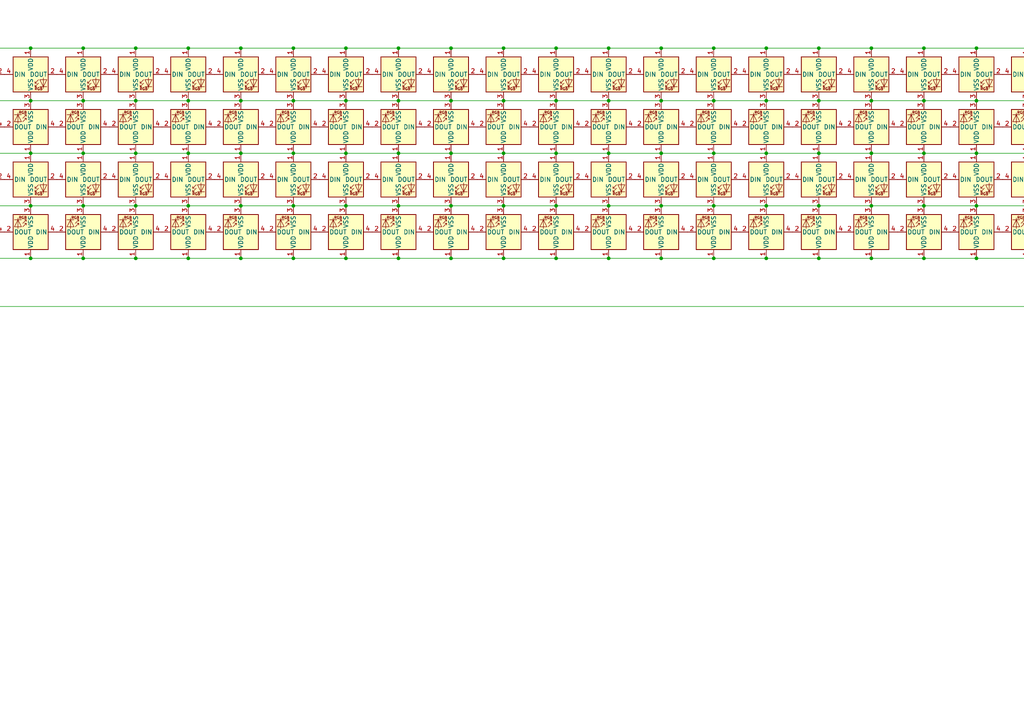
<source format=kicad_sch>
(kicad_sch (version 20231120) (generator "eeschema") (generator_version "8.0")
  (paper "A4")
  (junction (at -52.07 29.21))
  (junction (at 54.61 44.45))
  (junction (at 267.97 74.93))
  (junction (at 511.81 44.45))
  (junction (at 191.77 13.97))
  (junction (at -173.99 44.45))
  (junction (at -219.71 44.45))
  (junction (at -265.43 59.69))
  (junction (at 313.69 44.45))
  (junction (at 374.65 44.45))
  (junction (at 267.97 13.97))
  (junction (at 100.33 13.97))
  (junction (at 252.73 74.93))
  (junction (at 420.37 74.93))
  (junction (at -318.77 13.97))
  (junction (at -189.23 74.93))
  (junction (at -158.75 74.93))
  (junction (at 511.81 59.69))
  (junction (at 648.97 74.93))
  (junction (at -67.31 44.45))
  (junction (at 8.89 13.97))
  (junction (at 648.97 44.45))
  (junction (at 283.21 13.97))
  (junction (at 207.01 44.45))
  (junction (at -6.35 13.97))
  (junction (at 222.25 74.93))
  (junction (at 633.73 74.93))
  (junction (at -204.47 29.21))
  (junction (at 542.29 44.45))
  (junction (at 39.37 44.45))
  (junction (at 176.53 59.69))
  (junction (at -143.51 44.45))
  (junction (at 405.13 29.21))
  (junction (at 542.29 29.21))
  (junction (at 267.97 44.45))
  (junction (at 130.81 29.21))
  (junction (at 374.65 13.97))
  (junction (at -67.31 29.21))
  (junction (at 176.53 29.21))
  (junction (at 420.37 29.21))
  (junction (at 648.97 59.69))
  (junction (at -280.67 13.97))
  (junction (at -36.83 29.21))
  (junction (at 283.21 74.93))
  (junction (at -173.99 13.97))
  (junction (at 207.01 29.21))
  (junction (at 344.17 29.21))
  (junction (at -280.67 44.45))
  (junction (at 344.17 13.97))
  (junction (at -97.79 59.69))
  (junction (at -82.55 29.21))
  (junction (at 466.09 74.93))
  (junction (at -158.75 44.45))
  (junction (at 85.09 13.97))
  (junction (at -143.51 29.21))
  (junction (at 237.49 74.93))
  (junction (at 435.61 44.45))
  (junction (at -204.47 59.69))
  (junction (at -158.75 13.97))
  (junction (at -158.75 29.21))
  (junction (at 588.01 29.21))
  (junction (at 146.05 29.21))
  (junction (at -219.71 59.69))
  (junction (at -97.79 44.45))
  (junction (at 542.29 59.69))
  (junction (at 374.65 59.69))
  (junction (at 252.73 59.69))
  (junction (at 85.09 44.45))
  (junction (at 267.97 59.69))
  (junction (at 298.45 44.45))
  (junction (at 69.85 13.97))
  (junction (at 557.53 44.45))
  (junction (at 8.89 74.93))
  (junction (at 313.69 29.21))
  (junction (at 24.13 29.21))
  (junction (at 69.85 74.93))
  (junction (at 24.13 59.69))
  (junction (at 405.13 59.69))
  (junction (at 328.93 29.21))
  (junction (at 39.37 74.93))
  (junction (at 389.89 74.93))
  (junction (at -321.31 29.21))
  (junction (at 481.33 59.69))
  (junction (at -234.95 13.97))
  (junction (at -128.27 74.93))
  (junction (at 359.41 29.21))
  (junction (at 389.89 44.45))
  (junction (at 359.41 44.45))
  (junction (at -250.19 59.69))
  (junction (at 328.93 74.93))
  (junction (at -219.71 13.97))
  (junction (at -113.03 59.69))
  (junction (at -295.91 29.21))
  (junction (at -67.31 13.97))
  (junction (at 633.73 29.21))
  (junction (at 466.09 29.21))
  (junction (at 54.61 59.69))
  (junction (at 176.53 13.97))
  (junction (at -6.35 59.69))
  (junction (at 161.29 29.21))
  (junction (at -143.51 59.69))
  (junction (at 648.97 13.97))
  (junction (at -250.19 74.93))
  (junction (at 481.33 74.93))
  (junction (at -280.67 29.21))
  (junction (at -21.59 29.21))
  (junction (at 115.57 13.97))
  (junction (at -82.55 59.69))
  (junction (at 252.73 29.21))
  (junction (at -36.83 13.97))
  (junction (at 511.81 13.97))
  (junction (at 207.01 13.97))
  (junction (at -265.43 13.97))
  (junction (at 222.25 29.21))
  (junction (at -128.27 13.97))
  (junction (at -36.83 44.45))
  (junction (at -36.83 74.93))
  (junction (at 130.81 74.93))
  (junction (at 207.01 74.93))
  (junction (at 69.85 44.45))
  (junction (at -97.79 13.97))
  (junction (at -97.79 74.93))
  (junction (at -318.7968 29.21))
  (junction (at 283.21 59.69))
  (junction (at 374.65 74.93))
  (junction (at 496.57 29.21))
  (junction (at 359.41 59.69))
  (junction (at 115.57 74.93))
  (junction (at 8.89 44.45))
  (junction (at 527.05 13.97))
  (junction (at 252.73 44.45))
  (junction (at -36.83 59.69))
  (junction (at 435.61 29.21))
  (junction (at -234.95 59.69))
  (junction (at 146.05 44.45))
  (junction (at -295.91 59.69))
  (junction (at 54.61 13.97))
  (junction (at 252.73 13.97))
  (junction (at -6.35 74.93))
  (junction (at 161.29 74.93))
  (junction (at 633.73 13.97))
  (junction (at 572.77 59.69))
  (junction (at -128.27 44.45))
  (junction (at 8.89 59.69))
  (junction (at 435.61 59.69))
  (junction (at 8.89 29.21))
  (junction (at 481.33 29.21))
  (junction (at 527.05 59.69))
  (junction (at 161.29 13.97))
  (junction (at 267.97 29.21))
  (junction (at 39.37 13.97))
  (junction (at 420.37 44.45))
  (junction (at -82.55 74.93))
  (junction (at -113.03 44.45))
  (junction (at 344.17 59.69))
  (junction (at -311.15 59.69))
  (junction (at 328.93 44.45))
  (junction (at -67.31 74.93))
  (junction (at -52.07 59.69))
  (junction (at 588.01 44.45))
  (junction (at 633.73 44.45))
  (junction (at 618.49 74.93))
  (junction (at 283.21 29.21))
  (junction (at -250.19 13.97))
  (junction (at 313.69 13.97))
  (junction (at 466.09 44.45))
  (junction (at 450.85 44.45))
  (junction (at 191.77 74.93))
  (junction (at 237.49 29.21))
  (junction (at -113.03 29.21))
  (junction (at 85.09 29.21))
  (junction (at 100.33 74.93))
  (junction (at 39.37 59.69))
  (junction (at -189.23 29.21))
  (junction (at 54.61 74.93))
  (junction (at -113.03 74.93))
  (junction (at -52.07 13.97))
  (junction (at 603.25 74.93))
  (junction (at -295.91 74.93))
  (junction (at 527.05 44.45))
  (junction (at -6.35 29.21))
  (junction (at -280.67 74.93))
  (junction (at -250.19 44.45))
  (junction (at 39.37 29.21))
  (junction (at 237.49 44.45))
  (junction (at 618.49 29.21))
  (junction (at 359.41 74.93))
  (junction (at 527.05 74.93))
  (junction (at -322.58 29.21))
  (junction (at 603.25 44.45))
  (junction (at -234.95 29.21))
  (junction (at -21.59 13.97))
  (junction (at -189.23 44.45))
  (junction (at 603.25 29.21))
  (junction (at -295.91 13.97))
  (junction (at 572.77 74.93))
  (junction (at -82.55 44.45))
  (junction (at 313.69 74.93))
  (junction (at 100.33 29.21))
  (junction (at -189.23 59.69))
  (junction (at 466.09 13.97))
  (junction (at -21.59 44.45))
  (junction (at 648.97 29.21))
  (junction (at 450.85 59.69))
  (junction (at 146.05 13.97))
  (junction (at 24.13 44.45))
  (junction (at 115.57 59.69))
  (junction (at 496.57 74.93))
  (junction (at 130.81 13.97))
  (junction (at 420.37 13.97))
  (junction (at -311.15 13.97))
  (junction (at 542.29 13.97))
  (junction (at -219.71 29.21))
  (junction (at 115.57 44.45))
  (junction (at -265.43 74.93))
  (junction (at -52.07 74.93))
  (junction (at -219.71 74.93))
  (junction (at 557.53 59.69))
  (junction (at 450.85 29.21))
  (junction (at -265.43 44.45))
  (junction (at 496.57 59.69))
  (junction (at 668.02 44.45))
  (junction (at 283.21 44.45))
  (junction (at -113.03 13.97))
  (junction (at 527.05 29.21))
  (junction (at -173.99 29.21))
  (junction (at 481.33 44.45))
  (junction (at -265.43 29.21))
  (junction (at 54.61 29.21))
  (junction (at 146.05 74.93))
  (junction (at 146.05 59.69))
  (junction (at 24.13 13.97))
  (junction (at 191.77 29.21))
  (junction (at 85.09 74.93))
  (junction (at 298.45 59.69))
  (junction (at 389.89 29.21))
  (junction (at 130.81 59.69))
  (junction (at 420.37 59.69))
  (junction (at -21.59 74.93))
  (junction (at 481.33 13.97))
  (junction (at 237.49 59.69))
  (junction (at 542.29 74.93))
  (junction (at 450.85 74.93))
  (junction (at 374.65 29.21))
  (junction (at 100.33 44.45))
  (junction (at 130.81 44.45))
  (junction (at 511.81 74.93))
  (junction (at -128.27 29.21))
  (junction (at -97.79 29.21))
  (junction (at 496.57 44.45))
  (junction (at 405.13 44.45))
  (junction (at 176.53 44.45))
  (junction (at 298.45 13.97))
  (junction (at -295.91 44.45))
  (junction (at -204.47 44.45))
  (junction (at -311.15 29.21))
  (junction (at -173.99 74.93))
  (junction (at 344.17 44.45))
  (junction (at 511.81 29.21))
  (junction (at 207.01 59.69))
  (junction (at 450.85 13.97))
  (junction (at -204.47 13.97))
  (junction (at -311.15 44.45))
  (junction (at 313.69 59.69))
  (junction (at 222.25 59.69))
  (junction (at 435.61 74.93))
  (junction (at -173.99 59.69))
  (junction (at -189.23 13.97))
  (junction (at 222.25 13.97))
  (junction (at 572.77 13.97))
  (junction (at 603.25 59.69))
  (junction (at 191.77 59.69))
  (junction (at 633.73 59.69))
  (junction (at 100.33 59.69))
  (junction (at 435.61 13.97))
  (junction (at 85.09 59.69))
  (junction (at 618.49 44.45))
  (junction (at 466.09 59.69))
  (junction (at 588.01 59.69))
  (junction (at 69.85 29.21))
  (junction (at 618.49 59.69))
  (junction (at 389.89 13.97))
  (junction (at -143.51 13.97))
  (junction (at -280.67 59.69))
  (junction (at -234.95 44.45))
  (junction (at 405.13 74.93))
  (junction (at 115.57 29.21))
  (junction (at 405.13 13.97))
  (junction (at 69.85 59.69))
  (junction (at 222.25 44.45))
  (junction (at -52.07 44.45))
  (junction (at 389.89 59.69))
  (junction (at 359.41 13.97))
  (junction (at -6.35 44.45))
  (junction (at -82.55 13.97))
  (junction (at 572.77 29.21))
  (junction (at 557.53 13.97))
  (junction (at 496.57 13.97))
  (junction (at 328.93 13.97))
  (junction (at 191.77 44.45))
  (junction (at 161.29 44.45))
  (junction (at 344.17 74.93))
  (junction (at 603.25 13.97))
  (junction (at 176.53 74.93))
  (junction (at 298.45 29.21))
  (junction (at -143.51 74.93))
  (junction (at -21.59 59.69))
  (junction (at -234.95 74.93))
  (junction (at -67.31 59.69))
  (junction (at -158.75 59.69))
  (junction (at 161.29 59.69))
  (junction (at 298.45 74.93))
  (junction (at -128.27 59.69))
  (junction (at 588.01 74.93))
  (junction (at 588.01 13.97))
  (junction (at 618.49 13.97))
  (junction (at 557.53 74.93))
  (junction (at 328.93 59.69))
  (junction (at 557.53 29.21))
  (junction (at 572.77 44.45))
  (junction (at -250.19 29.21))
  (junction (at 237.49 13.97))
  (junction (at 24.13 74.93))
  (junction (at -204.47 74.93))
  (wire (pts (xy 542.29 74.93) (xy 557.53 74.93)))
  (wire (pts (xy 344.17 44.45) (xy 328.93 44.45)))
  (wire (pts (xy -52.07 13.97) (xy -36.83 13.97)))
  (wire (pts (xy -265.43 13.97) (xy -250.19 13.97)))
  (wire (pts (xy 191.77 29.21) (xy 207.01 29.21)))
  (wire (pts (xy -143.51 13.97) (xy -128.27 13.97)))
  (wire (pts (xy 222.25 13.97) (xy 237.49 13.97)))
  (wire (pts (xy 344.17 13.97) (xy 359.41 13.97)))
  (wire (pts (xy 8.89 13.97) (xy 24.13 13.97)))
  (wire (pts (xy 496.57 59.69) (xy 481.33 59.69)))
  (wire (pts (xy 527.05 13.97) (xy 542.29 13.97)))
  (wire (pts (xy 207.01 74.93) (xy 222.25 74.93)))
  (wire (pts (xy -6.35 13.97) (xy 8.89 13.97)))
  (wire (pts (xy 283.21 74.93) (xy 298.45 74.93)))
  (wire (pts (xy -311.15 13.97) (xy -295.91 13.97)))
  (wire (pts (xy -250.19 59.69) (xy -265.43 59.69)))
  (wire (pts (xy -67.31 13.97) (xy -82.55 13.97)))
  (wire (pts (xy 298.45 59.69) (xy 283.21 59.69)))
  (wire (pts (xy -250.19 44.45) (xy -234.95 44.45)))
  (wire (pts (xy -82.55 74.93) (xy -67.31 74.93)))
  (wire (pts (xy -128.27 29.21) (xy -113.03 29.21)))
  (wire (pts (xy 252.73 59.69) (xy 237.49 59.69)))
  (wire (pts (xy 283.21 13.97) (xy 298.45 13.97)))
  (wire (pts (xy -97.79 13.97) (xy -82.55 13.97)))
  (wire (pts (xy 130.81 59.69) (xy 115.57 59.69)))
  (wire (pts (xy -219.71 44.45) (xy -204.47 44.45)))
  (wire (pts (xy 176.53 44.45) (xy 191.77 44.45)))
  (wire (pts (xy -143.51 74.93) (xy -128.27 74.93)))
  (wire (pts (xy 389.89 74.93) (xy 405.13 74.93)))
  (wire (pts (xy -322.58 13.97) (xy -318.77 13.97)))
  (wire (pts (xy 328.93 59.69) (xy 313.69 59.69)))
  (wire (pts (xy 588.01 44.45) (xy 603.25 44.45)))
  (wire (pts (xy -311.15 29.21) (xy -295.91 29.21)))
  (wire (pts (xy -82.55 29.21) (xy -97.79 29.21)))
  (wire (pts (xy -295.91 59.69) (xy -311.15 59.69)))
  (wire (pts (xy -97.79 59.69) (xy -113.03 59.69)))
  (wire (pts (xy -21.59 13.97) (xy -6.35 13.97)))
  (wire (pts (xy 130.81 29.21) (xy 146.05 29.21)))
  (wire (pts (xy -189.23 29.21) (xy -204.47 29.21)))
  (wire (pts (xy 39.37 44.45) (xy 54.61 44.45)))
  (wire (pts (xy 572.77 74.93) (xy 588.01 74.93)))
  (wire (pts (xy 496.57 74.93) (xy 511.81 74.93)))
  (wire (pts (xy -322.58 29.21) (xy -321.31 29.21)))
  (wire (pts (xy 450.85 13.97) (xy 466.09 13.97)))
  (wire (pts (xy -113.03 59.69) (xy -128.27 59.69)))
  (wire (pts (xy 466.09 74.93) (xy 481.33 74.93)))
  (wire (pts (xy -143.51 44.45) (xy -128.27 44.45)))
  (wire (pts (xy -325.12 29.21) (xy -322.58 29.21)))
  (wire (pts (xy 283.21 29.21) (xy 298.45 29.21)))
  (wire (pts (xy 588.01 74.93) (xy 603.25 74.93)))
  (wire (pts (xy 100.33 44.45) (xy 85.09 44.45)))
  (wire (pts (xy 481.33 29.21) (xy 496.57 29.21)))
  (wire (pts (xy -311.15 59.69) (xy -321.31 59.69)))
  (wire (pts (xy -143.51 29.21) (xy -128.27 29.21)))
  (wire (pts (xy 313.69 44.45) (xy 328.93 44.45)))
  (wire (pts (xy 24.13 13.97) (xy 39.37 13.97)))
  (wire (pts (xy -67.31 13.97) (xy -52.07 13.97)))
  (wire (pts (xy -250.19 13.97) (xy -234.95 13.97)))
  (wire (pts (xy 435.61 44.45) (xy 450.85 44.45)))
  (wire (pts (xy 603.25 74.93) (xy 618.49 74.93)))
  (wire (pts (xy -6.35 74.93) (xy 8.89 74.93)))
  (wire (pts (xy 313.69 74.93) (xy 328.93 74.93)))
  (wire (pts (xy 85.09 74.93) (xy 100.33 74.93)))
  (wire (pts (xy 648.97 44.45) (xy 633.73 44.45)))
  (wire (pts (xy 527.05 29.21) (xy 542.29 29.21)))
  (wire (pts (xy 24.13 29.21) (xy 39.37 29.21)))
  (wire (pts (xy 24.13 74.93) (xy 39.37 74.93)))
  (wire (pts (xy -113.03 44.45) (xy -97.79 44.45)))
  (wire (pts (xy 267.97 74.93) (xy 283.21 74.93)))
  (wire (pts (xy 130.81 13.97) (xy 146.05 13.97)))
  (wire (pts (xy -234.95 59.69) (xy -250.19 59.69)))
  (wire (pts (xy -318.77 36.83) (xy -318.77 52.07)))
  (wire (pts (xy -36.83 29.21) (xy -52.07 29.21)))
  (wire (pts (xy 100.33 44.45) (xy 115.57 44.45)))
  (wire (pts (xy 130.81 74.93) (xy 146.05 74.93)))
  (wire (pts (xy 100.33 29.21) (xy 85.09 29.21)))
  (wire (pts (xy -158.75 74.93) (xy -143.51 74.93)))
  (wire (pts (xy -265.43 29.21) (xy -250.19 29.21)))
  (wire (pts (xy -318.77 13.97) (xy -311.15 13.97)))
  (wire (pts (xy 374.65 13.97) (xy 389.89 13.97)))
  (wire (pts (xy -250.19 74.93) (xy -234.95 74.93)))
  (wire (pts (xy 237.49 74.93) (xy 252.73 74.93)))
  (wire (pts (xy 69.85 59.69) (xy 54.61 59.69)))
  (wire (pts (xy 435.61 74.93) (xy 450.85 74.93)))
  (wire (pts (xy -173.99 59.69) (xy -189.23 59.69)))
  (wire (pts (xy 656.59 21.59) (xy 656.59 36.83)))
  (wire (pts (xy 572.77 13.97) (xy 588.01 13.97)))
  (wire (pts (xy 496.57 44.45) (xy 511.81 44.45)))
  (wire (pts (xy 344.17 74.93) (xy 359.41 74.93)))
  (wire (pts (xy -128.27 13.97) (xy -113.03 13.97)))
  (wire (pts (xy 588.01 13.97) (xy 603.25 13.97)))
  (wire (pts (xy 511.81 29.21) (xy 496.57 29.21)))
  (wire (pts (xy -97.79 74.93) (xy -82.55 74.93)))
  (wire (pts (xy 557.53 74.93) (xy 572.77 74.93)))
  (wire (pts (xy 633.73 13.97) (xy 648.97 13.97)))
  (wire (pts (xy 146.05 44.45) (xy 161.29 44.45)))
  (wire (pts (xy -21.59 29.21) (xy -36.83 29.21)))
  (wire (pts (xy -6.35 44.45) (xy 8.89 44.45)))
  (wire (pts (xy 511.81 44.45) (xy 527.05 44.45)))
  (wire (pts (xy 54.61 44.45) (xy 69.85 44.45)))
  (wire (pts (xy 405.13 44.45) (xy 389.89 44.45)))
  (wire (pts (xy 668.02 44.45) (xy 668.02 74.93)))
  (wire (pts (xy -189.23 59.69) (xy -204.47 59.69)))
  (wire (pts (xy 161.29 59.69) (xy 146.05 59.69)))
  (wire (pts (xy 207.01 44.45) (xy 222.25 44.45)))
  (wire (pts (xy 557.53 29.21) (xy 542.29 29.21)))
  (wire (pts (xy -21.59 44.45) (xy -6.35 44.45)))
  (wire (pts (xy 588.01 59.69) (xy 572.77 59.69)))
  (wire (pts (xy 603.25 59.69) (xy 588.01 59.69)))
  (wire (pts (xy -158.75 13.97) (xy -143.51 13.97)))
  (wire (pts (xy -318.7968 29.21) (xy -311.15 29.21)))
  (wire (pts (xy -280.67 74.93) (xy -265.43 74.93)))
  (wire (pts (xy 344.17 44.45) (xy 359.41 44.45)))
  (wire (pts (xy 359.41 44.45) (xy 374.65 44.45)))
  (wire (pts (xy -143.51 59.69) (xy -158.75 59.69)))
  (wire (pts (xy 130.81 44.45) (xy 146.05 44.45)))
  (wire (pts (xy 69.85 29.21) (xy 85.09 29.21)))
  (wire (pts (xy -82.55 59.69) (xy -97.79 59.69)))
  (wire (pts (xy 675.64 52.07) (xy 675.64 88.9)))
  (wire (pts (xy 344.17 29.21) (xy 328.93 29.21)))
  (wire (pts (xy 100.33 13.97) (xy 115.57 13.97)))
  (wire (pts (xy -6.35 29.21) (xy -21.59 29.21)))
  (wire (pts (xy 420.37 59.69) (xy 405.13 59.69)))
  (wire (pts (xy -97.79 44.45) (xy -82.55 44.45)))
  (wire (pts (xy 328.93 13.97) (xy 344.17 13.97)))
  (wire (pts (xy 435.61 59.69) (xy 420.37 59.69)))
  (wire (pts (xy 267.97 44.45) (xy 252.73 44.45)))
  (wire (pts (xy -82.55 44.45) (xy -67.31 44.45)))
  (wire (pts (xy 298.45 44.45) (xy 313.69 44.45)))
  (wire (pts (xy -52.07 29.21) (xy -67.31 29.21)))
  (wire (pts (xy 435.61 13.97) (xy 450.85 13.97)))
  (wire (pts (xy 450.85 59.69) (xy 435.61 59.69)))
  (wire (pts (xy 222.25 74.93) (xy 237.49 74.93)))
  (wire (pts (xy 267.97 13.97) (xy 283.21 13.97)))
  (wire (pts (xy 176.53 13.97) (xy 161.29 13.97)))
  (wire (pts (xy 237.49 44.45) (xy 252.73 44.45)))
  (wire (pts (xy -173.99 44.45) (xy -158.75 44.45)))
  (wire (pts (xy -21.59 59.69) (xy -36.83 59.69)))
  (wire (pts (xy 389.89 29.21) (xy 405.13 29.21)))
  (wire (pts (xy 527.05 59.69) (xy 511.81 59.69)))
  (wire (pts (xy 633.73 29.21) (xy 618.49 29.21)))
  (wire (pts (xy -189.23 44.45) (xy -204.47 44.45)))
  (wire (pts (xy 146.05 74.93) (xy 161.29 74.93)))
  (wire (pts (xy 69.85 44.45) (xy 85.09 44.45)))
  (wire (pts (xy 374.65 74.93) (xy 389.89 74.93)))
  (wire (pts (xy 511.81 29.21) (xy 527.05 29.21)))
  (wire (pts (xy 313.69 59.69) (xy 298.45 59.69)))
  (wire (pts (xy -67.31 74.93) (xy -52.07 74.93)))
  (wire (pts (xy 222.25 44.45) (xy 237.49 44.45)))
  (wire (pts (xy 405.13 59.69) (xy 389.89 59.69)))
  (wire (pts (xy -52.07 44.45) (xy -36.83 44.45)))
  (wire (pts (xy -204.47 74.93) (xy -189.23 74.93)))
  (wire (pts (xy 359.41 74.93) (xy 374.65 74.93)))
  (wire (pts (xy -6.35 29.21) (xy 8.89 29.21)))
  (wire (pts (xy 466.09 59.69) (xy 450.85 59.69)))
  (wire (pts (xy 115.57 13.97) (xy 130.81 13.97)))
  (wire (pts (xy 374.65 44.45) (xy 389.89 44.45)))
  (wire (pts (xy -21.59 74.93) (xy -6.35 74.93)))
  (wire (pts (xy 191.77 59.69) (xy 176.53 59.69)))
  (wire (pts (xy -113.03 44.45) (xy -128.27 44.45)))
  (wire (pts (xy 176.53 59.69) (xy 161.29 59.69)))
  (wire (pts (xy 466.09 29.21) (xy 481.33 29.21)))
  (wire (pts (xy 633.73 74.93) (xy 648.97 74.93)))
  (wire (pts (xy 420.37 13.97) (xy 435.61 13.97)))
  (wire (pts (xy 161.29 74.93) (xy 176.53 74.93)))
  (wire (pts (xy 603.25 29.21) (xy 618.49 29.21)))
  (wire (pts (xy 405.13 74.93) (xy 420.37 74.93)))
  (wire (pts (xy 252.73 13.97) (xy 267.97 13.97)))
  (wire (pts (xy 176.53 44.45) (xy 161.29 44.45)))
  (wire (pts (xy 542.29 13.97) (xy 557.53 13.97)))
  (wire (pts (xy -219.71 74.93) (xy -204.47 74.93)))
  (wire (pts (xy 115.57 44.45) (xy 130.81 44.45)))
  (wire (pts (xy 191.77 29.21) (xy 176.53 29.21)))
  (wire (pts (xy 668.02 13.97) (xy 648.97 13.97)))
  (wire (pts (xy 54.61 13.97) (xy 69.85 13.97)))
  (wire (pts (xy -67.31 44.45) (xy -52.07 44.45)))
  (wire (pts (xy -234.95 44.45) (xy -219.71 44.45)))
  (wire (pts (xy 389.89 13.97) (xy 405.13 13.97)))
  (wire (pts (xy -52.07 74.93) (xy -36.83 74.93)))
  (wire (pts (xy 69.85 74.93) (xy 85.09 74.93)))
  (wire (pts (xy 420.37 29.21) (xy 435.61 29.21)))
  (wire (pts (xy 8.89 44.45) (xy 24.13 44.45)))
  (wire (pts (xy 572.77 59.69) (xy 557.53 59.69)))
  (wire (pts (xy 527.05 44.45) (xy 542.29 44.45)))
  (wire (pts (xy -173.99 13.97) (xy -158.75 13.97)))
  (wire (pts (xy -321.31 59.69) (xy -321.31 29.21)))
  (wire (pts (xy -250.19 29.21) (xy -234.95 29.21)))
  (wire (pts (xy 39.37 59.69) (xy 24.13 59.69)))
  (wire (pts (xy -295.91 13.97) (xy -280.67 13.97)))
  (wire (pts (xy 267.97 59.69) (xy 252.73 59.69)))
  (wire (pts (xy -36.83 44.45) (xy -21.59 44.45)))
  (wire (pts (xy 207.01 29.21) (xy 222.25 29.21)))
  (wire (pts (xy 557.53 59.69) (xy 542.29 59.69)))
  (wire (pts (xy 8.89 59.69) (xy -6.35 59.69)))
  (wire (pts (xy -52.07 59.69) (xy -67.31 59.69)))
  (wire (pts (xy 100.33 59.69) (xy 85.09 59.69)))
  (wire (pts (xy -280.67 29.21) (xy -265.43 29.21)))
  (wire (pts (xy 527.05 74.93) (xy 542.29 74.93)))
  (wire (pts (xy 572.77 44.45) (xy 557.53 44.45)))
  (wire (pts (xy 222.25 59.69) (xy 207.01 59.69)))
  (wire (pts (xy 675.64 88.9) (xy -318.77 88.9)))
  (wire (pts (xy 374.65 59.69) (xy 359.41 59.69)))
  (wire (pts (xy 69.85 13.97) (xy 85.09 13.97)))
  (wire (pts (xy 69.85 29.21) (xy 54.61 29.21)))
  (wire (pts (xy 511.81 74.93) (xy 527.05 74.93)))
  (wire (pts (xy -234.95 29.21) (xy -219.71 29.21)))
  (wire (pts (xy -265.43 74.93) (xy -250.19 74.93)))
  (wire (pts (xy 39.37 74.93) (xy 54.61 74.93)))
  (wire (pts (xy 496.57 13.97) (xy 511.81 13.97)))
  (wire (pts (xy -173.99 29.21) (xy -189.23 29.21)))
  (wire (pts (xy -204.47 13.97) (xy -189.23 13.97)))
  (wire (pts (xy 648.97 59.69) (xy 633.73 59.69)))
  (wire (pts (xy 420.37 13.97) (xy 405.13 13.97)))
  (wire (pts (xy -189.23 13.97) (xy -173.99 13.97)))
  (wire (pts (xy 313.69 13.97) (xy 328.93 13.97)))
  (wire (pts (xy 420.37 44.45) (xy 435.61 44.45)))
  (wire (pts (xy 130.81 29.21) (xy 115.57 29.21)))
  (wire (pts (xy 481.33 74.93) (xy 496.57 74.93)))
  (wire (pts (xy -173.99 74.93) (xy -158.75 74.93)))
  (wire (pts (xy -295.91 74.93) (xy -280.67 74.93)))
  (wire (pts (xy -219.71 29.21) (xy -204.47 29.21)))
  (wire (pts (xy 283.21 44.45) (xy 298.45 44.45)))
  (wire (pts (xy 54.61 74.93) (xy 69.85 74.93)))
  (wire (pts (xy 668.02 13.97) (xy 668.02 44.45)))
  (wire (pts (xy 359.41 29.21) (xy 344.17 29.21)))
  (wire (pts (xy 191.77 13.97) (xy 207.01 13.97)))
  (wire (pts (xy -6.35 59.69) (xy -21.59 59.69)))
  (wire (pts (xy 450.85 29.21) (xy 435.61 29.21)))
  (wire (pts (xy -143.51 44.45) (xy -158.75 44.45)))
  (wire (pts (xy -280.67 44.45) (xy -265.43 44.45)))
  (wire (pts (xy 237.49 59.69) (xy 222.25 59.69)))
  (wire (pts (xy 389.89 59.69) (xy 374.65 59.69)))
  (wire (pts (xy 344.17 59.69) (xy 328.93 59.69)))
  (wire (pts (xy 420.37 29.21) (xy 405.13 29.21)))
  (wire (pts (xy 54.61 59.69) (xy 39.37 59.69)))
  (wire (pts (xy 100.33 74.93) (xy 115.57 74.93)))
  (wire (pts (xy 252.73 74.93) (xy 267.97 74.93)))
  (wire (pts (xy 542.29 59.69) (xy 527.05 59.69)))
  (wire (pts (xy 146.05 59.69) (xy 130.81 59.69)))
  (wire (pts (xy 237.49 29.21) (xy 252.73 29.21)))
  (wire (pts (xy 481.33 59.69) (xy 466.09 59.69)))
  (wire (pts (xy 252.73 29.21) (xy 267.97 29.21)))
  (wire (pts (xy 648.97 74.93) (xy 668.02 74.93)))
  (wire (pts (xy -318.77 88.9) (xy -318.77 67.31)))
  (wire (pts (xy 328.93 74.93) (xy 344.17 74.93)))
  (wire (pts (xy -280.67 29.21) (xy -295.91 29.21)))
  (wire (pts (xy 588.01 29.21) (xy 603.25 29.21)))
  (wire (pts (xy 298.45 13.97) (xy 313.69 13.97)))
  (wire (pts (xy -295.91 44.45) (xy -311.15 44.45)))
  (wire (pts (xy 267.97 29.21) (xy 283.21 29.21)))
  (wire (pts (xy 618.49 74.93) (xy 633.73 74.93)))
  (wire (pts (xy 161.29 29.21) (xy 176.53 29.21)))
  (wire (pts (xy 85.09 13.97) (xy 100.33 13.97)))
  (wire (pts (xy 146.05 13.97) (xy 161.29 13.97)))
  (wire (pts (xy 633.73 29.21) (xy 648.97 29.21)))
  (wire (pts (xy 24.13 59.69) (xy 8.89 59.69)))
  (wire (pts (xy 237.49 29.21) (xy 222.25 29.21)))
  (wire (pts (xy -189.23 74.93) (xy -173.99 74.93)))
  (wire (pts (xy -36.83 59.69) (xy -52.07 59.69)))
  (wire (pts (xy 557.53 13.97) (xy 572.77 13.97)))
  (wire (pts (xy 603.25 44.45) (xy 618.49 44.45)))
  (wire (pts (xy 466.09 13.97) (xy 481.33 13.97)))
  (wire (pts (xy 176.53 13.97) (xy 191.77 13.97)))
  (wire (pts (xy 85.09 59.69) (xy 69.85 59.69)))
  (wire (pts (xy -219.71 59.69) (xy -234.95 59.69)))
  (wire (pts (xy 618.49 59.69) (xy 603.25 59.69)))
  (wire (pts (xy 389.89 29.21) (xy 374.65 29.21)))
  (wire (pts (xy -280.67 44.45) (xy -295.91 44.45)))
  (wire (pts (xy 511.81 13.97) (xy 527.05 13.97)))
  (wire (pts (xy 298.45 74.93) (xy 313.69 74.93)))
  (wire (pts (xy -113.03 74.93) (xy -97.79 74.93)))
  (wire (pts (xy 146.05 29.21) (xy 161.29 29.21)))
  (wire (pts (xy -234.95 74.93) (xy -219.71 74.93)))
  (wire (pts (xy 420.37 44.45) (xy 405.13 44.45)))
  (wire (pts (xy -204.47 59.69) (xy -219.71 59.69)))
  (wire (pts (xy 668.02 44.45) (xy 648.97 44.45)))
  (wire (pts (xy 656.59 52.07) (xy 675.64 52.07)))
  (wire (pts (xy 24.13 29.21) (xy 8.89 29.21)))
  (wire (pts (xy 283.21 59.69) (xy 267.97 59.69)))
  (wire (pts (xy -321.31 29.21) (xy -318.7968 29.21)))
  (wire (pts (xy -189.23 44.45) (xy -173.99 44.45)))
  (wire (pts (xy 359.41 13.97) (xy 374.65 13.97)))
  (wire (pts (xy 359.41 59.69) (xy 344.17 59.69)))
  (wire (pts (xy 588.01 44.45) (xy 572.77 44.45)))
  (wire (pts (xy 481.33 13.97) (xy 496.57 13.97)))
  (wire (pts (xy 633.73 59.69) (xy 618.49 59.69)))
  (wire (pts (xy -128.27 74.93) (xy -113.03 74.93)))
  (wire (pts (xy -280.67 59.69) (xy -295.91 59.69)))
  (wire (pts (xy 267.97 44.45) (xy 283.21 44.45)))
  (wire (pts (xy 450.85 74.93) (xy 466.09 74.93)))
  (wire (pts (xy -113.03 29.21) (xy -97.79 29.21)))
  (wire (pts (xy 207.01 44.45) (xy 191.77 44.45)))
  (wire (pts (xy -158.75 29.21) (xy -143.51 29.21)))
  (wire (pts (xy 176.53 74.93) (xy 191.77 74.93)))
  (wire (pts (xy 450.85 29.21) (xy 466.09 29.21)))
  (wire (pts (xy 115.57 74.93) (xy 130.81 74.93)))
  (wire (pts (xy 420.37 74.93) (xy 435.61 74.93)))
  (wire (pts (xy -158.75 59.69) (xy -173.99 59.69)))
  (wire (pts (xy 450.85 44.45) (xy 466.09 44.45)))
  (wire (pts (xy 115.57 59.69) (xy 100.33 59.69)))
  (wire (pts (xy 8.89 74.93) (xy 24.13 74.93)))
  (wire (pts (xy -234.95 13.97) (xy -219.71 13.97)))
  (wire (pts (xy -82.55 29.21) (xy -67.31 29.21)))
  (wire (pts (xy -219.71 13.97) (xy -204.47 13.97)))
  (wire (pts (xy -67.31 59.69) (xy -82.55 59.69)))
  (wire (pts (xy 191.77 74.93) (xy 207.01 74.93)))
  (wire (pts (xy -173.99 29.21) (xy -158.75 29.21)))
  (wire (pts (xy 603.25 13.97) (xy 618.49 13.97)))
  (wire (pts (xy 115.57 29.21) (xy 100.33 29.21)))
  (wire (pts (xy 39.37 13.97) (xy 54.61 13.97)))
  (wire (pts (xy 618.49 13.97) (xy 633.73 13.97)))
  (wire (pts (xy -250.19 44.45) (xy -265.43 44.45)))
  (wire (pts (xy -128.27 59.69) (xy -143.51 59.69)))
  (wire (pts (xy 481.33 44.45) (xy 466.09 44.45)))
  (wire (pts (xy 557.53 29.21) (xy 572.77 29.21)))
  (wire (pts (xy 237.49 13.97) (xy 252.73 13.97)))
  (wire (pts (xy -311.15 74.93) (xy -295.91 74.93)))
  (wire (pts (xy -36.83 13.97) (xy -21.59 13.97)))
  (wire (pts (xy 374.65 29.21) (xy 359.41 29.21)))
  (wire (pts (xy 207.01 59.69) (xy 191.77 59.69)))
  (wire (pts (xy 511.81 59.69) (xy 496.57 59.69)))
  (wire (pts (xy 207.01 13.97) (xy 222.25 13.97)))
  (wire (pts (xy 24.13 44.45) (xy 39.37 44.45)))
  (wire (pts (xy 572.77 29.21) (xy 588.01 29.21)))
  (wire (pts (xy 39.37 29.21) (xy 54.61 29.21)))
  (wire (pts (xy -36.83 74.93) (xy -21.59 74.93)))
  (wire (pts (xy -280.67 13.97) (xy -265.43 13.97)))
  (wire (pts (xy -265.43 59.69) (xy -280.67 59.69)))
  (wire (pts (xy -113.03 13.97) (xy -97.79 13.97)))
  (wire (pts (xy 618.49 44.45) (xy 633.73 44.45)))
  (wire (pts (xy 313.69 29.21) (xy 298.45 29.21)))
  (wire (pts (xy 313.69 29.21) (xy 328.93 29.21)))
  (wire (pts (xy 481.33 44.45) (xy 496.57 44.45)))
  (wire (pts (xy 557.53 44.45) (xy 542.29 44.45)))
  (symbol (lib_id "LED:WS2812B") (at 466.09 52.07 0) (unit 1)
    (property "Reference" "D180" (effects (hide yes)))
    (property "Value" "WS2812B" (effects (hide yes)))
    (property "Footprint" "LED_SMD:LED_WS2812B_PLCC4_5.0x5.0mm_P3.2mm" (effects (hide yes)))
    (property "Datasheet" "https://cdn-shop.adafruit.com/datasheets/WS2812B.pdf" (effects (hide yes)))
    (property "Description" "RGB LED with integrated controller" (effects (hide yes)))
  )
  (symbol (lib_id "LED:WS2812B") (at 328.93 67.31 180) (unit 1)
    (property "Reference" "D235" (effects (hide yes)))
    (property "Value" "WS2812B" (effects (hide yes)))
    (property "Footprint" "LED_SMD:LED_WS2812B_PLCC4_5.0x5.0mm_P3.2mm" (effects (hide yes)))
    (property "Datasheet" "https://cdn-shop.adafruit.com/datasheets/WS2812B.pdf" (effects (hide yes)))
    (property "Description" "RGB LED with integrated controller" (effects (hide yes)))
  )
  (symbol (lib_id "LED:WS2812B") (at 222.25 67.31 180) (unit 1)
    (property "Reference" "D228" (effects (hide yes)))
    (property "Value" "WS2812B" (effects (hide yes)))
    (property "Footprint" "LED_SMD:LED_WS2812B_PLCC4_5.0x5.0mm_P3.2mm" (effects (hide yes)))
    (property "Datasheet" "https://cdn-shop.adafruit.com/datasheets/WS2812B.pdf" (effects (hide yes)))
    (property "Description" "RGB LED with integrated controller" (effects (hide yes)))
  )
  (symbol (lib_id "LED:WS2812B") (at 481.33 36.83 180) (unit 1)
    (property "Reference" "D76" (effects (hide yes)))
    (property "Value" "WS2812B" (effects (hide yes)))
    (property "Footprint" "LED_SMD:LED_WS2812B_PLCC4_5.0x5.0mm_P3.2mm" (effects (hide yes)))
    (property "Datasheet" "https://cdn-shop.adafruit.com/datasheets/WS2812B.pdf" (effects (hide yes)))
    (property "Description" "RGB LED with integrated controller" (effects (hide yes)))
  )
  (symbol (lib_id "LED:WS2812B") (at -173.99 21.59 0) (unit 1)
    (property "Reference" "D10" (effects (hide yes)))
    (property "Value" "WS2812B" (effects (hide yes)))
    (property "Footprint" "LED_SMD:LED_WS2812B_PLCC4_5.0x5.0mm_P3.2mm" (effects (hide yes)))
    (property "Datasheet" "https://cdn-shop.adafruit.com/datasheets/WS2812B.pdf" (effects (hide yes)))
    (property "Description" "RGB LED with integrated controller" (effects (hide yes)))
  )
  (symbol (lib_id "LED:WS2812B") (at 24.13 36.83 180) (unit 1)
    (property "Reference" "D106" (effects (hide yes)))
    (property "Value" "WS2812B" (effects (hide yes)))
    (property "Footprint" "LED_SMD:LED_WS2812B_PLCC4_5.0x5.0mm_P3.2mm" (effects (hide yes)))
    (property "Datasheet" "https://cdn-shop.adafruit.com/datasheets/WS2812B.pdf" (effects (hide yes)))
    (property "Description" "RGB LED with integrated controller" (effects (hide yes)))
  )
  (symbol (lib_id "LED:WS2812B") (at 374.65 21.59 0) (unit 1)
    (property "Reference" "D46" (effects (hide yes)))
    (property "Value" "WS2812B" (effects (hide yes)))
    (property "Footprint" "LED_SMD:LED_WS2812B_PLCC4_5.0x5.0mm_P3.2mm" (effects (hide yes)))
    (property "Datasheet" "https://cdn-shop.adafruit.com/datasheets/WS2812B.pdf" (effects (hide yes)))
    (property "Description" "RGB LED with integrated controller" (effects (hide yes)))
  )
  (symbol (lib_id "LED:WS2812B") (at 130.81 52.07 0) (unit 1)
    (property "Reference" "D158" (effects (hide yes)))
    (property "Value" "WS2812B" (effects (hide yes)))
    (property "Footprint" "LED_SMD:LED_WS2812B_PLCC4_5.0x5.0mm_P3.2mm" (effects (hide yes)))
    (property "Datasheet" "https://cdn-shop.adafruit.com/datasheets/WS2812B.pdf" (effects (hide yes)))
    (property "Description" "RGB LED with integrated controller" (effects (hide yes)))
  )
  (symbol (lib_id "LED:WS2812B") (at 69.85 67.31 180) (unit 1)
    (property "Reference" "D218" (effects (hide yes)))
    (property "Value" "WS2812B" (effects (hide yes)))
    (property "Footprint" "LED_SMD:LED_WS2812B_PLCC4_5.0x5.0mm_P3.2mm" (effects (hide yes)))
    (property "Datasheet" "https://cdn-shop.adafruit.com/datasheets/WS2812B.pdf" (effects (hide yes)))
    (property "Description" "RGB LED with integrated controller" (effects (hide yes)))
  )
  (symbol (lib_id "Connector:TestPoint") (at -318.7968 29.21 0) (unit 1)
    (property "Reference" "TP3" (at -316.2568 24.6379 0) (effects (justify left)))
    (property "Value" "TestPoint" (at -316.2568 27.1779 0) (effects (justify left)))
    (property "Footprint" "Pegoku:TestPoint" (effects (hide yes)))
    (property "Description" "test point" (effects (hide yes)))
  )
  (symbol (lib_id "LED:WS2812B") (at 481.33 67.31 180) (unit 1)
    (property "Reference" "D245" (effects (hide yes)))
    (property "Value" "WS2812B" (effects (hide yes)))
    (property "Footprint" "LED_SMD:LED_WS2812B_PLCC4_5.0x5.0mm_P3.2mm" (effects (hide yes)))
    (property "Datasheet" "https://cdn-shop.adafruit.com/datasheets/WS2812B.pdf" (effects (hide yes)))
    (property "Description" "RGB LED with integrated controller" (effects (hide yes)))
  )
  (symbol (lib_id "LED:WS2812B") (at 374.65 52.07 0) (unit 1)
    (property "Reference" "D174" (effects (hide yes)))
    (property "Value" "WS2812B" (effects (hide yes)))
    (property "Footprint" "LED_SMD:LED_WS2812B_PLCC4_5.0x5.0mm_P3.2mm" (effects (hide yes)))
    (property "Datasheet" "https://cdn-shop.adafruit.com/datasheets/WS2812B.pdf" (effects (hide yes)))
    (property "Description" "RGB LED with integrated controller" (effects (hide yes)))
  )
  (symbol (lib_id "LED:WS2812B") (at 450.85 21.59 0) (unit 1)
    (property "Reference" "D51" (effects (hide yes)))
    (property "Value" "WS2812B" (effects (hide yes)))
    (property "Footprint" "LED_SMD:LED_WS2812B_PLCC4_5.0x5.0mm_P3.2mm" (effects (hide yes)))
    (property "Datasheet" "https://cdn-shop.adafruit.com/datasheets/WS2812B.pdf" (effects (hide yes)))
    (property "Description" "RGB LED with integrated controller" (effects (hide yes)))
  )
  (symbol (lib_id "LED:WS2812B") (at 24.13 52.07 0) (unit 1)
    (property "Reference" "D151" (effects (hide yes)))
    (property "Value" "WS2812B" (effects (hide yes)))
    (property "Footprint" "LED_SMD:LED_WS2812B_PLCC4_5.0x5.0mm_P3.2mm" (effects (hide yes)))
    (property "Datasheet" "https://cdn-shop.adafruit.com/datasheets/WS2812B.pdf" (effects (hide yes)))
    (property "Description" "RGB LED with integrated controller" (effects (hide yes)))
  )
  (symbol (lib_id "LED:WS2812B") (at 435.61 67.31 180) (unit 1)
    (property "Reference" "D242" (effects (hide yes)))
    (property "Value" "WS2812B" (effects (hide yes)))
    (property "Footprint" "LED_SMD:LED_WS2812B_PLCC4_5.0x5.0mm_P3.2mm" (effects (hide yes)))
    (property "Datasheet" "https://cdn-shop.adafruit.com/datasheets/WS2812B.pdf" (effects (hide yes)))
    (property "Description" "RGB LED with integrated controller" (effects (hide yes)))
  )
  (symbol (lib_id "LED:WS2812B") (at 130.81 36.83 180) (unit 1)
    (property "Reference" "D99" (effects (hide yes)))
    (property "Value" "WS2812B" (effects (hide yes)))
    (property "Footprint" "LED_SMD:LED_WS2812B_PLCC4_5.0x5.0mm_P3.2mm" (effects (hide yes)))
    (property "Datasheet" "https://cdn-shop.adafruit.com/datasheets/WS2812B.pdf" (effects (hide yes)))
    (property "Description" "RGB LED with integrated controller" (effects (hide yes)))
  )
  (symbol (lib_id "LED:WS2812B") (at -52.07 36.83 180) (unit 1)
    (property "Reference" "D111" (effects (hide yes)))
    (property "Value" "WS2812B" (effects (hide yes)))
    (property "Footprint" "LED_SMD:LED_WS2812B_PLCC4_5.0x5.0mm_P3.2mm" (effects (hide yes)))
    (property "Datasheet" "https://cdn-shop.adafruit.com/datasheets/WS2812B.pdf" (effects (hide yes)))
    (property "Description" "RGB LED with integrated controller" (effects (hide yes)))
  )
  (symbol (lib_id "LED:WS2812B") (at 618.49 67.31 180) (unit 1)
    (property "Reference" "D254" (effects (hide yes)))
    (property "Value" "WS2812B" (effects (hide yes)))
    (property "Footprint" "LED_SMD:LED_WS2812B_PLCC4_5.0x5.0mm_P3.2mm" (effects (hide yes)))
    (property "Datasheet" "https://cdn-shop.adafruit.com/datasheets/WS2812B.pdf" (effects (hide yes)))
    (property "Description" "RGB LED with integrated controller" (effects (hide yes)))
  )
  (symbol (lib_id "LED:WS2812B") (at 527.05 21.59 0) (unit 1)
    (property "Reference" "D56" (effects (hide yes)))
    (property "Value" "WS2812B" (effects (hide yes)))
    (property "Footprint" "LED_SMD:LED_WS2812B_PLCC4_5.0x5.0mm_P3.2mm" (effects (hide yes)))
    (property "Datasheet" "https://cdn-shop.adafruit.com/datasheets/WS2812B.pdf" (effects (hide yes)))
    (property "Description" "RGB LED with integrated controller" (effects (hide yes)))
  )
  (symbol (lib_id "LED:WS2812B") (at -204.47 67.31 180) (unit 1)
    (property "Reference" "D200" (effects (hide yes)))
    (property "Value" "WS2812B" (effects (hide yes)))
    (property "Footprint" "LED_SMD:LED_WS2812B_PLCC4_5.0x5.0mm_P3.2mm" (effects (hide yes)))
    (property "Datasheet" "https://cdn-shop.adafruit.com/datasheets/WS2812B.pdf" (effects (hide yes)))
    (property "Description" "RGB LED with integrated controller" (effects (hide yes)))
  )
  (symbol (lib_id "LED:WS2812B") (at -158.75 67.31 180) (unit 1)
    (property "Reference" "D203" (effects (hide yes)))
    (property "Value" "WS2812B" (effects (hide yes)))
    (property "Footprint" "LED_SMD:LED_WS2812B_PLCC4_5.0x5.0mm_P3.2mm" (effects (hide yes)))
    (property "Datasheet" "https://cdn-shop.adafruit.com/datasheets/WS2812B.pdf" (effects (hide yes)))
    (property "Description" "RGB LED with integrated controller" (effects (hide yes)))
  )
  (symbol (lib_id "LED:WS2812B") (at -21.59 52.07 0) (unit 1)
    (property "Reference" "D148" (effects (hide yes)))
    (property "Value" "WS2812B" (effects (hide yes)))
    (property "Footprint" "LED_SMD:LED_WS2812B_PLCC4_5.0x5.0mm_P3.2mm" (effects (hide yes)))
    (property "Datasheet" "https://cdn-shop.adafruit.com/datasheets/WS2812B.pdf" (effects (hide yes)))
    (property "Description" "RGB LED with integrated controller" (effects (hide yes)))
  )
  (symbol (lib_id "LED:WS2812B") (at -173.99 52.07 0) (unit 1)
    (property "Reference" "D138" (effects (hide yes)))
    (property "Value" "WS2812B" (effects (hide yes)))
    (property "Footprint" "LED_SMD:LED_WS2812B_PLCC4_5.0x5.0mm_P3.2mm" (effects (hide yes)))
    (property "Datasheet" "https://cdn-shop.adafruit.com/datasheets/WS2812B.pdf" (effects (hide yes)))
    (property "Description" "RGB LED with integrated controller" (effects (hide yes)))
  )
  (symbol (lib_id "LED:WS2812B") (at 527.05 52.07 0) (unit 1)
    (property "Reference" "D184" (effects (hide yes)))
    (property "Value" "WS2812B" (effects (hide yes)))
    (property "Footprint" "LED_SMD:LED_WS2812B_PLCC4_5.0x5.0mm_P3.2mm" (effects (hide yes)))
    (property "Datasheet" "https://cdn-shop.adafruit.com/datasheets/WS2812B.pdf" (effects (hide yes)))
    (property "Description" "RGB LED with integrated controller" (effects (hide yes)))
  )
  (symbol (lib_id "LED:WS2812B") (at -311.15 21.59 0) (unit 1)
    (property "Reference" "D1" (effects (hide yes)))
    (property "Value" "WS2812B" (effects (hide yes)))
    (property "Footprint" "LED_SMD:LED_WS2812B_PLCC4_5.0x5.0mm_P3.2mm" (effects (hide yes)))
    (property "Datasheet" "https://cdn-shop.adafruit.com/datasheets/WS2812B.pdf" (effects (hide yes)))
    (property "Description" "RGB LED with integrated controller" (effects (hide yes)))
  )
  (symbol (lib_id "LED:WS2812B") (at 588.01 36.83 180) (unit 1)
    (property "Reference" "D69" (effects (hide yes)))
    (property "Value" "WS2812B" (effects (hide yes)))
    (property "Footprint" "LED_SMD:LED_WS2812B_PLCC4_5.0x5.0mm_P3.2mm" (effects (hide yes)))
    (property "Datasheet" "https://cdn-shop.adafruit.com/datasheets/WS2812B.pdf" (effects (hide yes)))
    (property "Description" "RGB LED with integrated controller" (effects (hide yes)))
  )
  (symbol (lib_id "LED:WS2812B") (at -204.47 36.83 180) (unit 1)
    (property "Reference" "D121" (effects (hide yes)))
    (property "Value" "WS2812B" (effects (hide yes)))
    (property "Footprint" "LED_SMD:LED_WS2812B_PLCC4_5.0x5.0mm_P3.2mm" (effects (hide yes)))
    (property "Datasheet" "https://cdn-shop.adafruit.com/datasheets/WS2812B.pdf" (effects (hide yes)))
    (property "Description" "RGB LED with integrated controller" (effects (hide yes)))
  )
  (symbol (lib_id "LED:WS2812B") (at 466.09 36.83 180) (unit 1)
    (property "Reference" "D77" (effects (hide yes)))
    (property "Value" "WS2812B" (effects (hide yes)))
    (property "Footprint" "LED_SMD:LED_WS2812B_PLCC4_5.0x5.0mm_P3.2mm" (effects (hide yes)))
    (property "Datasheet" "https://cdn-shop.adafruit.com/datasheets/WS2812B.pdf" (effects (hide yes)))
    (property "Description" "RGB LED with integrated controller" (effects (hide yes)))
  )
  (symbol (lib_id "LED:WS2812B") (at 252.73 52.07 0) (unit 1)
    (property "Reference" "D166" (effects (hide yes)))
    (property "Value" "WS2812B" (effects (hide yes)))
    (property "Footprint" "LED_SMD:LED_WS2812B_PLCC4_5.0x5.0mm_P3.2mm" (effects (hide yes)))
    (property "Datasheet" "https://cdn-shop.adafruit.com/datasheets/WS2812B.pdf" (effects (hide yes)))
    (property "Description" "RGB LED with integrated controller" (effects (hide yes)))
  )
  (symbol (lib_id "LED:WS2812B") (at 8.89 52.07 0) (unit 1)
    (property "Reference" "D150" (effects (hide yes)))
    (property "Value" "WS2812B" (effects (hide yes)))
    (property "Footprint" "LED_SMD:LED_WS2812B_PLCC4_5.0x5.0mm_P3.2mm" (effects (hide yes)))
    (property "Datasheet" "https://cdn-shop.adafruit.com/datasheets/WS2812B.pdf" (effects (hide yes)))
    (property "Description" "RGB LED with integrated controller" (effects (hide yes)))
  )
  (symbol (lib_id "LED:WS2812B") (at -6.35 36.83 180) (unit 1)
    (property "Reference" "D108" (effects (hide yes)))
    (property "Value" "WS2812B" (effects (hide yes)))
    (property "Footprint" "LED_SMD:LED_WS2812B_PLCC4_5.0x5.0mm_P3.2mm" (effects (hide yes)))
    (property "Datasheet" "https://cdn-shop.adafruit.com/datasheets/WS2812B.pdf" (effects (hide yes)))
    (property "Description" "RGB LED with integrated controller" (effects (hide yes)))
  )
  (symbol (lib_id "LED:WS2812B") (at 298.45 67.31 180) (unit 1)
    (property "Reference" "D233" (effects (hide yes)))
    (property "Value" "WS2812B" (effects (hide yes)))
    (property "Footprint" "LED_SMD:LED_WS2812B_PLCC4_5.0x5.0mm_P3.2mm" (effects (hide yes)))
    (property "Datasheet" "https://cdn-shop.adafruit.com/datasheets/WS2812B.pdf" (effects (hide yes)))
    (property "Description" "RGB LED with integrated controller" (effects (hide yes)))
  )
  (symbol (lib_id "LED:WS2812B") (at 466.09 67.31 180) (unit 1)
    (property "Reference" "D244" (effects (hide yes)))
    (property "Value" "WS2812B" (effects (hide yes)))
    (property "Footprint" "LED_SMD:LED_WS2812B_PLCC4_5.0x5.0mm_P3.2mm" (effects (hide yes)))
    (property "Datasheet" "https://cdn-shop.adafruit.com/datasheets/WS2812B.pdf" (effects (hide yes)))
    (property "Description" "RGB LED with integrated controller" (effects (hide yes)))
  )
  (symbol (lib_id "LED:WS2812B") (at 8.89 67.31 180) (unit 1)
    (property "Reference" "D214" (effects (hide yes)))
    (property "Value" "WS2812B" (effects (hide yes)))
    (property "Footprint" "LED_SMD:LED_WS2812B_PLCC4_5.0x5.0mm_P3.2mm" (effects (hide yes)))
    (property "Datasheet" "https://cdn-shop.adafruit.com/datasheets/WS2812B.pdf" (effects (hide yes)))
    (property "Description" "RGB LED with integrated controller" (effects (hide yes)))
  )
  (symbol (lib_id "LED:WS2812B") (at 100.33 67.31 180) (unit 1)
    (property "Reference" "D220" (effects (hide yes)))
    (property "Value" "WS2812B" (effects (hide yes)))
    (property "Footprint" "LED_SMD:LED_WS2812B_PLCC4_5.0x5.0mm_P3.2mm" (effects (hide yes)))
    (property "Datasheet" "https://cdn-shop.adafruit.com/datasheets/WS2812B.pdf" (effects (hide yes)))
    (property "Description" "RGB LED with integrated controller" (effects (hide yes)))
  )
  (symbol (lib_id "LED:WS2812B") (at 633.73 36.83 180) (unit 1)
    (property "Reference" "D66" (effects (hide yes)))
    (property "Value" "WS2812B" (effects (hide yes)))
    (property "Footprint" "LED_SMD:LED_WS2812B_PLCC4_5.0x5.0mm_P3.2mm" (effects (hide yes)))
    (property "Datasheet" "https://cdn-shop.adafruit.com/datasheets/WS2812B.pdf" (effects (hide yes)))
    (property "Description" "RGB LED with integrated controller" (effects (hide yes)))
  )
  (symbol (lib_id "LED:WS2812B") (at 39.37 52.07 0) (unit 1)
    (property "Reference" "D152" (effects (hide yes)))
    (property "Value" "WS2812B" (effects (hide yes)))
    (property "Footprint" "LED_SMD:LED_WS2812B_PLCC4_5.0x5.0mm_P3.2mm" (effects (hide yes)))
    (property "Datasheet" "https://cdn-shop.adafruit.com/datasheets/WS2812B.pdf" (effects (hide yes)))
    (property "Description" "RGB LED with integrated controller" (effects (hide yes)))
  )
  (symbol (lib_id "LED:WS2812B") (at 267.97 67.31 180) (unit 1)
    (property "Reference" "D231" (effects (hide yes)))
    (property "Value" "WS2812B" (effects (hide yes)))
    (property "Footprint" "LED_SMD:LED_WS2812B_PLCC4_5.0x5.0mm_P3.2mm" (effects (hide yes)))
    (property "Datasheet" "https://cdn-shop.adafruit.com/datasheets/WS2812B.pdf" (effects (hide yes)))
    (property "Description" "RGB LED with integrated controller" (effects (hide yes)))
  )
  (symbol (lib_id "LED:WS2812B") (at 8.89 21.59 0) (unit 1)
    (property "Reference" "D22" (effects (hide yes)))
    (property "Value" "WS2812B" (effects (hide yes)))
    (property "Footprint" "LED_SMD:LED_WS2812B_PLCC4_5.0x5.0mm_P3.2mm" (effects (hide yes)))
    (property "Datasheet" "https://cdn-shop.adafruit.com/datasheets/WS2812B.pdf" (effects (hide yes)))
    (property "Description" "RGB LED with integrated controller" (effects (hide yes)))
  )
  (symbol (lib_id "LED:WS2812B") (at 283.21 36.83 180) (unit 1)
    (property "Reference" "D89" (effects (hide yes)))
    (property "Value" "WS2812B" (effects (hide yes)))
    (property "Footprint" "LED_SMD:LED_WS2812B_PLCC4_5.0x5.0mm_P3.2mm" (effects (hide yes)))
    (property "Datasheet" "https://cdn-shop.adafruit.com/datasheets/WS2812B.pdf" (effects (hide yes)))
    (property "Description" "RGB LED with integrated controller" (effects (hide yes)))
  )
  (symbol (lib_id "LED:WS2812B") (at 618.49 36.83 180) (unit 1)
    (property "Reference" "D67" (effects (hide yes)))
    (property "Value" "WS2812B" (effects (hide yes)))
    (property "Footprint" "LED_SMD:LED_WS2812B_PLCC4_5.0x5.0mm_P3.2mm" (effects (hide yes)))
    (property "Datasheet" "https://cdn-shop.adafruit.com/datasheets/WS2812B.pdf" (effects (hide yes)))
    (property "Description" "RGB LED with integrated controller" (effects (hide yes)))
  )
  (symbol (lib_id "LED:WS2812B") (at 237.49 67.31 180) (unit 1)
    (property "Reference" "D229" (effects (hide yes)))
    (property "Value" "WS2812B" (effects (hide yes)))
    (property "Footprint" "LED_SMD:LED_WS2812B_PLCC4_5.0x5.0mm_P3.2mm" (effects (hide yes)))
    (property "Datasheet" "https://cdn-shop.adafruit.com/datasheets/WS2812B.pdf" (effects (hide yes)))
    (property "Description" "RGB LED with integrated controller" (effects (hide yes)))
  )
  (symbol (lib_id "LED:WS2812B") (at 39.37 67.31 180) (unit 1)
    (property "Reference" "D216" (effects (hide yes)))
    (property "Value" "WS2812B" (effects (hide yes)))
    (property "Footprint" "LED_SMD:LED_WS2812B_PLCC4_5.0x5.0mm_P3.2mm" (effects (hide yes)))
    (property "Datasheet" "https://cdn-shop.adafruit.com/datasheets/WS2812B.pdf" (effects (hide yes)))
    (property "Description" "RGB LED with integrated controller" (effects (hide yes)))
  )
  (symbol (lib_id "LED:WS2812B") (at -97.79 21.59 0) (unit 1)
    (property "Reference" "D15" (effects (hide yes)))
    (property "Value" "WS2812B" (effects (hide yes)))
    (property "Footprint" "LED_SMD:LED_WS2812B_PLCC4_5.0x5.0mm_P3.2mm" (effects (hide yes)))
    (property "Datasheet" "https://cdn-shop.adafruit.com/datasheets/WS2812B.pdf" (effects (hide yes)))
    (property "Description" "RGB LED with integrated controller" (effects (hide yes)))
  )
  (symbol (lib_id "LED:WS2812B") (at -234.95 52.07 0) (unit 1)
    (property "Reference" "D134" (effects (hide yes)))
    (property "Value" "WS2812B" (effects (hide yes)))
    (property "Footprint" "LED_SMD:LED_WS2812B_PLCC4_5.0x5.0mm_P3.2mm" (effects (hide yes)))
    (property "Datasheet" "https://cdn-shop.adafruit.com/datasheets/WS2812B.pdf" (effects (hide yes)))
    (property "Description" "RGB LED with integrated controller" (effects (hide yes)))
  )
  (symbol (lib_id "LED:WS2812B") (at 85.09 52.07 0) (unit 1)
    (property "Reference" "D155" (effects (hide yes)))
    (property "Value" "WS2812B" (effects (hide yes)))
    (property "Footprint" "LED_SMD:LED_WS2812B_PLCC4_5.0x5.0mm_P3.2mm" (effects (hide yes)))
    (property "Datasheet" "https://cdn-shop.adafruit.com/datasheets/WS2812B.pdf" (effects (hide yes)))
    (property "Description" "RGB LED with integrated controller" (effects (hide yes)))
  )
  (symbol (lib_id "LED:WS2812B") (at 633.73 21.59 0) (unit 1)
    (property "Reference" "D63" (effects (hide yes)))
    (property "Value" "WS2812B" (effects (hide yes)))
    (property "Footprint" "LED_SMD:LED_WS2812B_PLCC4_5.0x5.0mm_P3.2mm" (effects (hide yes)))
    (property "Datasheet" "https://cdn-shop.adafruit.com/datasheets/WS2812B.pdf" (effects (hide yes)))
    (property "Description" "RGB LED with integrated controller" (effects (hide yes)))
  )
  (symbol (lib_id "LED:WS2812B") (at -52.07 21.59 0) (unit 1)
    (property "Reference" "D18" (effects (hide yes)))
    (property "Value" "WS2812B" (effects (hide yes)))
    (property "Footprint" "LED_SMD:LED_WS2812B_PLCC4_5.0x5.0mm_P3.2mm" (effects (hide yes)))
    (property "Datasheet" "https://cdn-shop.adafruit.com/datasheets/WS2812B.pdf" (effects (hide yes)))
    (property "Description" "RGB LED with integrated controller" (effects (hide yes)))
  )
  (symbol (lib_id "LED:WS2812B") (at 207.01 67.31 180) (unit 1)
    (property "Reference" "D227" (effects (hide yes)))
    (property "Value" "WS2812B" (effects (hide yes)))
    (property "Footprint" "LED_SMD:LED_WS2812B_PLCC4_5.0x5.0mm_P3.2mm" (effects (hide yes)))
    (property "Datasheet" "https://cdn-shop.adafruit.com/datasheets/WS2812B.pdf" (effects (hide yes)))
    (property "Description" "RGB LED with integrated controller" (effects (hide yes)))
  )
  (symbol (lib_id "LED:WS2812B") (at -189.23 67.31 180) (unit 1)
    (property "Reference" "D201" (effects (hide yes)))
    (property "Value" "WS2812B" (effects (hide yes)))
    (property "Footprint" "LED_SMD:LED_WS2812B_PLCC4_5.0x5.0mm_P3.2mm" (effects (hide yes)))
    (property "Datasheet" "https://cdn-shop.adafruit.com/datasheets/WS2812B.pdf" (effects (hide yes)))
    (property "Description" "RGB LED with integrated controller" (effects (hide yes)))
  )
  (symbol (lib_id "LED:WS2812B") (at 313.69 67.31 180) (unit 1)
    (property "Reference" "D234" (effects (hide yes)))
    (property "Value" "WS2812B" (effects (hide yes)))
    (property "Footprint" "LED_SMD:LED_WS2812B_PLCC4_5.0x5.0mm_P3.2mm" (effects (hide yes)))
    (property "Datasheet" "https://cdn-shop.adafruit.com/datasheets/WS2812B.pdf" (effects (hide yes)))
    (property "Description" "RGB LED with integrated controller" (effects (hide yes)))
  )
  (symbol (lib_id "LED:WS2812B") (at -280.67 21.59 0) (unit 1)
    (property "Reference" "D3" (effects (hide yes)))
    (property "Value" "WS2812B" (effects (hide yes)))
    (property "Footprint" "LED_SMD:LED_WS2812B_PLCC4_5.0x5.0mm_P3.2mm" (effects (hide yes)))
    (property "Datasheet" "https://cdn-shop.adafruit.com/datasheets/WS2812B.pdf" (effects (hide yes)))
    (property "Description" "RGB LED with integrated controller" (effects (hide yes)))
  )
  (symbol (lib_id "LED:WS2812B") (at 298.45 21.59 0) (unit 1)
    (property "Reference" "D41" (effects (hide yes)))
    (property "Value" "WS2812B" (effects (hide yes)))
    (property "Footprint" "LED_SMD:LED_WS2812B_PLCC4_5.0x5.0mm_P3.2mm" (effects (hide yes)))
    (property "Datasheet" "https://cdn-shop.adafruit.com/datasheets/WS2812B.pdf" (effects (hide yes)))
    (property "Description" "RGB LED with integrated controller" (effects (hide yes)))
  )
  (symbol (lib_id "LED:WS2812B") (at -67.31 67.31 180) (unit 1)
    (property "Reference" "D209" (effects (hide yes)))
    (property "Value" "WS2812B" (effects (hide yes)))
    (property "Footprint" "LED_SMD:LED_WS2812B_PLCC4_5.0x5.0mm_P3.2mm" (effects (hide yes)))
    (property "Datasheet" "https://cdn-shop.adafruit.com/datasheets/WS2812B.pdf" (effects (hide yes)))
    (property "Description" "RGB LED with integrated controller" (effects (hide yes)))
  )
  (symbol (lib_id "LED:WS2812B") (at -265.43 36.83 180) (unit 1)
    (property "Reference" "D125" (effects (hide yes)))
    (property "Value" "WS2812B" (effects (hide yes)))
    (property "Footprint" "LED_SMD:LED_WS2812B_PLCC4_5.0x5.0mm_P3.2mm" (effects (hide yes)))
    (property "Datasheet" "https://cdn-shop.adafruit.com/datasheets/WS2812B.pdf" (effects (hide yes)))
    (property "Description" "RGB LED with integrated controller" (effects (hide yes)))
  )
  (symbol (lib_id "LED:WS2812B") (at -234.95 21.59 0) (unit 1)
    (property "Reference" "D6" (effects (hide yes)))
    (property "Value" "WS2812B" (effects (hide yes)))
    (property "Footprint" "LED_SMD:LED_WS2812B_PLCC4_5.0x5.0mm_P3.2mm" (effects (hide yes)))
    (property "Datasheet" "https://cdn-shop.adafruit.com/datasheets/WS2812B.pdf" (effects (hide yes)))
    (property "Description" "RGB LED with integrated controller" (effects (hide yes)))
  )
  (symbol (lib_id "LED:WS2812B") (at 572.77 67.31 180) (unit 1)
    (property "Reference" "D251" (effects (hide yes)))
    (property "Value" "WS2812B" (effects (hide yes)))
    (property "Footprint" "LED_SMD:LED_WS2812B_PLCC4_5.0x5.0mm_P3.2mm" (effects (hide yes)))
    (property "Datasheet" "https://cdn-shop.adafruit.com/datasheets/WS2812B.pdf" (effects (hide yes)))
    (property "Description" "RGB LED with integrated controller" (effects (hide yes)))
  )
  (symbol (lib_id "LED:WS2812B") (at -113.03 21.59 0) (unit 1)
    (property "Reference" "D14" (effects (hide yes)))
    (property "Value" "WS2812B" (effects (hide yes)))
    (property "Footprint" "LED_SMD:LED_WS2812B_PLCC4_5.0x5.0mm_P3.2mm" (effects (hide yes)))
    (property "Datasheet" "https://cdn-shop.adafruit.com/datasheets/WS2812B.pdf" (effects (hide yes)))
    (property "Description" "RGB LED with integrated controller" (effects (hide yes)))
  )
  (symbol (lib_id "LED:WS2812B") (at 633.73 67.31 180) (unit 1)
    (property "Reference" "D255" (effects (hide yes)))
    (property "Value" "WS2812B" (effects (hide yes)))
    (property "Footprint" "LED_SMD:LED_WS2812B_PLCC4_5.0x5.0mm_P3.2mm" (effects (hide yes)))
    (property "Datasheet" "https://cdn-shop.adafruit.com/datasheets/WS2812B.pdf" (effects (hide yes)))
    (property "Description" "RGB LED with integrated controller" (effects (hide yes)))
  )
  (symbol (lib_id "LED:WS2812B") (at 557.53 67.31 180) (unit 1)
    (property "Reference" "D250" (effects (hide yes)))
    (property "Value" "WS2812B" (effects (hide yes)))
    (property "Footprint" "LED_SMD:LED_WS2812B_PLCC4_5.0x5.0mm_P3.2mm" (effects (hide yes)))
    (property "Datasheet" "https://cdn-shop.adafruit.com/datasheets/WS2812B.pdf" (effects (hide yes)))
    (property "Description" "RGB LED with integrated controller" (effects (hide yes)))
  )
  (symbol (lib_id "LED:WS2812B") (at 130.81 67.31 180) (unit 1)
    (property "Reference" "D222" (effects (hide yes)))
    (property "Value" "WS2812B" (effects (hide yes)))
    (property "Footprint" "LED_SMD:LED_WS2812B_PLCC4_5.0x5.0mm_P3.2mm" (effects (hide yes)))
    (property "Datasheet" "https://cdn-shop.adafruit.com/datasheets/WS2812B.pdf" (effects (hide yes)))
    (property "Description" "RGB LED with integrated controller" (effects (hide yes)))
  )
  (symbol (lib_id "LED:WS2812B") (at -113.03 67.31 180) (unit 1)
    (property "Reference" "D206" (effects (hide yes)))
    (property "Value" "WS2812B" (effects (hide yes)))
    (property "Footprint" "LED_SMD:LED_WS2812B_PLCC4_5.0x5.0mm_P3.2mm" (effects (hide yes)))
    (property "Datasheet" "https://cdn-shop.adafruit.com/datasheets/WS2812B.pdf" (effects (hide yes)))
    (property "Description" "RGB LED with integrated controller" (effects (hide yes)))
  )
  (symbol (lib_id "LED:WS2812B") (at 389.89 21.59 0) (unit 1)
    (property "Reference" "D47" (effects (hide yes)))
    (property "Value" "WS2812B" (effects (hide yes)))
    (property "Footprint" "LED_SMD:LED_WS2812B_PLCC4_5.0x5.0mm_P3.2mm" (effects (hide yes)))
    (property "Datasheet" "https://cdn-shop.adafruit.com/datasheets/WS2812B.pdf" (effects (hide yes)))
    (property "Description" "RGB LED with integrated controller" (effects (hide yes)))
  )
  (symbol (lib_id "LED:WS2812B") (at 252.73 21.59 0) (unit 1)
    (property "Reference" "D38" (effects (hide yes)))
    (property "Value" "WS2812B" (effects (hide yes)))
    (property "Footprint" "LED_SMD:LED_WS2812B_PLCC4_5.0x5.0mm_P3.2mm" (effects (hide yes)))
    (property "Datasheet" "https://cdn-shop.adafruit.com/datasheets/WS2812B.pdf" (effects (hide yes)))
    (property "Description" "RGB LED with integrated controller" (effects (hide yes)))
  )
  (symbol (lib_id "LED:WS2812B") (at -6.35 21.59 0) (unit 1)
    (property "Reference" "D21" (effects (hide yes)))
    (property "Value" "WS2812B" (effects (hide yes)))
    (property "Footprint" "LED_SMD:LED_WS2812B_PLCC4_5.0x5.0mm_P3.2mm" (effects (hide yes)))
    (property "Datasheet" "https://cdn-shop.adafruit.com/datasheets/WS2812B.pdf" (effects (hide yes)))
    (property "Description" "RGB LED with integrated controller" (effects (hide yes)))
  )
  (symbol (lib_id "LED:WS2812B") (at -82.55 21.59 0) (unit 1)
    (property "Reference" "D16" (effects (hide yes)))
    (property "Value" "WS2812B" (effects (hide yes)))
    (property "Footprint" "LED_SMD:LED_WS2812B_PLCC4_5.0x5.0mm_P3.2mm" (effects (hide yes)))
    (property "Datasheet" "https://cdn-shop.adafruit.com/datasheets/WS2812B.pdf" (effects (hide yes)))
    (property "Description" "RGB LED with integrated controller" (effects (hide yes)))
  )
  (symbol (lib_id "LED:WS2812B") (at -21.59 21.59 0) (unit 1)
    (property "Reference" "D20" (effects (hide yes)))
    (property "Value" "WS2812B" (effects (hide yes)))
    (property "Footprint" "LED_SMD:LED_WS2812B_PLCC4_5.0x5.0mm_P3.2mm" (effects (hide yes)))
    (property "Datasheet" "https://cdn-shop.adafruit.com/datasheets/WS2812B.pdf" (effects (hide yes)))
    (property "Description" "RGB LED with integrated controller" (effects (hide yes)))
  )
  (symbol (lib_id "LED:WS2812B") (at -6.35 67.31 180) (unit 1)
    (property "Reference" "D213" (effects (hide yes)))
    (property "Value" "WS2812B" (effects (hide yes)))
    (property "Footprint" "LED_SMD:LED_WS2812B_PLCC4_5.0x5.0mm_P3.2mm" (effects (hide yes)))
    (property "Datasheet" "https://cdn-shop.adafruit.com/datasheets/WS2812B.pdf" (effects (hide yes)))
    (property "Description" "RGB LED with integrated controller" (effects (hide yes)))
  )
  (symbol (lib_id "LED:WS2812B") (at 69.85 36.83 180) (unit 1)
    (property "Reference" "D103" (effects (hide yes)))
    (property "Value" "WS2812B" (effects (hide yes)))
    (property "Footprint" "LED_SMD:LED_WS2812B_PLCC4_5.0x5.0mm_P3.2mm" (effects (hide yes)))
    (property "Datasheet" "https://cdn-shop.adafruit.com/datasheets/WS2812B.pdf" (effects (hide yes)))
    (property "Description" "RGB LED with integrated controller" (effects (hide yes)))
  )
  (symbol (lib_id "LED:WS2812B") (at 176.53 52.07 0) (unit 1)
    (property "Reference" "D161" (effects (hide yes)))
    (property "Value" "WS2812B" (effects (hide yes)))
    (property "Footprint" "LED_SMD:LED_WS2812B_PLCC4_5.0x5.0mm_P3.2mm" (effects (hide yes)))
    (property "Datasheet" "https://cdn-shop.adafruit.com/datasheets/WS2812B.pdf" (effects (hide yes)))
    (property "Description" "RGB LED with integrated controller" (effects (hide yes)))
  )
  (symbol (lib_id "LED:WS2812B") (at 359.41 21.59 0) (unit 1)
    (property "Reference" "D45" (effects (hide yes)))
    (property "Value" "WS2812B" (effects (hide yes)))
    (property "Footprint" "LED_SMD:LED_WS2812B_PLCC4_5.0x5.0mm_P3.2mm" (effects (hide yes)))
    (property "Datasheet" "https://cdn-shop.adafruit.com/datasheets/WS2812B.pdf" (effects (hide yes)))
    (property "Description" "RGB LED with integrated controller" (effects (hide yes)))
  )
  (symbol (lib_id "LED:WS2812B") (at -143.51 67.31 180) (unit 1)
    (property "Reference" "D204" (effects (hide yes)))
    (property "Value" "WS2812B" (effects (hide yes)))
    (property "Footprint" "LED_SMD:LED_WS2812B_PLCC4_5.0x5.0mm_P3.2mm" (effects (hide yes)))
    (property "Datasheet" "https://cdn-shop.adafruit.com/datasheets/WS2812B.pdf" (effects (hide yes)))
    (property "Description" "RGB LED with integrated controller" (effects (hide yes)))
  )
  (symbol (lib_id "LED:WS2812B") (at 161.29 67.31 180) (unit 1)
    (property "Reference" "D224" (effects (hide yes)))
    (property "Value" "WS2812B" (effects (hide yes)))
    (property "Footprint" "LED_SMD:LED_WS2812B_PLCC4_5.0x5.0mm_P3.2mm" (effects (hide yes)))
    (property "Datasheet" "https://cdn-shop.adafruit.com/datasheets/WS2812B.pdf" (effects (hide yes)))
    (property "Description" "RGB LED with integrated controller" (effects (hide yes)))
  )
  (symbol (lib_id "LED:WS2812B") (at 298.45 36.83 180) (unit 1)
    (property "Reference" "D88" (effects (hide yes)))
    (property "Value" "WS2812B" (effects (hide yes)))
    (property "Footprint" "LED_SMD:LED_WS2812B_PLCC4_5.0x5.0mm_P3.2mm" (effects (hide yes)))
    (property "Datasheet" "https://cdn-shop.adafruit.com/datasheets/WS2812B.pdf" (effects (hide yes)))
    (property "Description" "RGB LED with integrated controller" (effects (hide yes)))
  )
  (symbol (lib_id "LED:WS2812B") (at -97.79 52.07 0) (unit 1)
    (property "Reference" "D143" (effects (hide yes)))
    (property "Value" "WS2812B" (effects (hide yes)))
    (property "Footprint" "LED_SMD:LED_WS2812B_PLCC4_5.0x5.0mm_P3.2mm" (effects (hide yes)))
    (property "Datasheet" "https://cdn-shop.adafruit.com/datasheets/WS2812B.pdf" (effects (hide yes)))
    (property "Description" "RGB LED with integrated controller" (effects (hide yes)))
  )
  (symbol (lib_id "LED:WS2812B") (at 374.65 36.83 180) (unit 1)
    (property "Reference" "D83" (effects (hide yes)))
    (property "Value" "WS2812B" (effects (hide yes)))
    (property "Footprint" "LED_SMD:LED_WS2812B_PLCC4_5.0x5.0mm_P3.2mm" (effects (hide yes)))
    (property "Datasheet" "https://cdn-shop.adafruit.com/datasheets/WS2812B.pdf" (effects (hide yes)))
    (property "Description" "RGB LED with integrated controller" (effects (hide yes)))
  )
  (symbol (lib_id "LED:WS2812B") (at 176.53 21.59 0) (unit 1)
    (property "Reference" "D33" (effects (hide yes)))
    (property "Value" "WS2812B" (effects (hide yes)))
    (property "Footprint" "LED_SMD:LED_WS2812B_PLCC4_5.0x5.0mm_P3.2mm" (effects (hide yes)))
    (property "Datasheet" "https://cdn-shop.adafruit.com/datasheets/WS2812B.pdf" (effects (hide yes)))
    (property "Description" "RGB LED with integrated controller" (effects (hide yes)))
  )
  (symbol (lib_id "LED:WS2812B") (at -219.71 67.31 180) (unit 1)
    (property "Reference" "D199" (effects (hide yes)))
    (property "Value" "WS2812B" (effects (hide yes)))
    (property "Footprint" "LED_SMD:LED_WS2812B_PLCC4_5.0x5.0mm_P3.2mm" (effects (hide yes)))
    (property "Datasheet" "https://cdn-shop.adafruit.com/datasheets/WS2812B.pdf" (effects (hide yes)))
    (property "Description" "RGB LED with integrated controller" (effects (hide yes)))
  )
  (symbol (lib_id "LED:WS2812B") (at 54.61 52.07 0) (unit 1)
    (property "Reference" "D153" (effects (hide yes)))
    (property "Value" "WS2812B" (effects (hide yes)))
    (property "Footprint" "LED_SMD:LED_WS2812B_PLCC4_5.0x5.0mm_P3.2mm" (effects (hide yes)))
    (property "Datasheet" "https://cdn-shop.adafruit.com/datasheets/WS2812B.pdf" (effects (hide yes)))
    (property "Description" "RGB LED with integrated controller" (effects (hide yes)))
  )
  (symbol (lib_id "LED:WS2812B") (at -295.91 36.83 180) (unit 1)
    (property "Reference" "D127" (effects (hide yes)))
    (property "Value" "WS2812B" (effects (hide yes)))
    (property "Footprint" "LED_SMD:LED_WS2812B_PLCC4_5.0x5.0mm_P3.2mm" (effects (hide yes)))
    (property "Datasheet" "https://cdn-shop.adafruit.com/datasheets/WS2812B.pdf" (effects (hide yes)))
    (property "Description" "RGB LED with integrated controller" (effects (hide yes)))
  )
  (symbol (lib_id "LED:WS2812B") (at 85.09 21.59 0) (unit 1)
    (property "Reference" "D27" (effects (hide yes)))
    (property "Value" "WS2812B" (effects (hide yes)))
    (property "Footprint" "LED_SMD:LED_WS2812B_PLCC4_5.0x5.0mm_P3.2mm" (effects (hide yes)))
    (property "Datasheet" "https://cdn-shop.adafruit.com/datasheets/WS2812B.pdf" (effects (hide yes)))
    (property "Description" "RGB LED with integrated controller" (effects (hide yes)))
  )
  (symbol (lib_id "LED:WS2812B") (at 222.25 52.07 0) (unit 1)
    (property "Reference" "D164" (effects (hide yes)))
    (property "Value" "WS2812B" (effects (hide yes)))
    (property "Footprint" "LED_SMD:LED_WS2812B_PLCC4_5.0x5.0mm_P3.2mm" (effects (hide yes)))
    (property "Datasheet" "https://cdn-shop.adafruit.com/datasheets/WS2812B.pdf" (effects (hide yes)))
    (property "Description" "RGB LED with integrated controller" (effects (hide yes)))
  )
  (symbol (lib_id "LED:WS2812B") (at 420.37 67.31 180) (unit 1)
    (property "Reference" "D241" (effects (hide yes)))
    (property "Value" "WS2812B" (effects (hide yes)))
    (property "Footprint" "LED_SMD:LED_WS2812B_PLCC4_5.0x5.0mm_P3.2mm" (effects (hide yes)))
    (property "Datasheet" "https://cdn-shop.adafruit.com/datasheets/WS2812B.pdf" (effects (hide yes)))
    (property "Description" "RGB LED with integrated controller" (effects (hide yes)))
  )
  (symbol (lib_id "LED:WS2812B") (at 313.69 36.83 180) (unit 1)
    (property "Reference" "D87" (effects (hide yes)))
    (property "Value" "WS2812B" (effects (hide yes)))
    (property "Footprint" "LED_SMD:LED_WS2812B_PLCC4_5.0x5.0mm_P3.2mm" (effects (hide yes)))
    (property "Datasheet" "https://cdn-shop.adafruit.com/datasheets/WS2812B.pdf" (effects (hide yes)))
    (property "Description" "RGB LED with integrated controller" (effects (hide yes)))
  )
  (symbol (lib_id "LED:WS2812B") (at 176.53 36.83 180) (unit 1)
    (property "Reference" "D96" (effects (hide yes)))
    (property "Value" "WS2812B" (effects (hide yes)))
    (property "Footprint" "LED_SMD:LED_WS2812B_PLCC4_5.0x5.0mm_P3.2mm" (effects (hide yes)))
    (property "Datasheet" "https://cdn-shop.adafruit.com/datasheets/WS2812B.pdf" (effects (hide yes)))
    (property "Description" "RGB LED with integrated controller" (effects (hide yes)))
  )
  (symbol (lib_id "LED:WS2812B") (at 435.61 21.59 0) (unit 1)
    (property "Reference" "D50" (effects (hide yes)))
    (property "Value" "WS2812B" (effects (hide yes)))
    (property "Footprint" "LED_SMD:LED_WS2812B_PLCC4_5.0x5.0mm_P3.2mm" (effects (hide yes)))
    (property "Datasheet" "https://cdn-shop.adafruit.com/datasheets/WS2812B.pdf" (effects (hide yes)))
    (property "Description" "RGB LED with integrated controller" (effects (hide yes)))
  )
  (symbol (lib_id "LED:WS2812B") (at 130.81 21.59 0) (unit 1)
    (property "Reference" "D30" (effects (hide yes)))
    (property "Value" "WS2812B" (effects (hide yes)))
    (property "Footprint" "LED_SMD:LED_WS2812B_PLCC4_5.0x5.0mm_P3.2mm" (effects (hide yes)))
    (property "Datasheet" "https://cdn-shop.adafruit.com/datasheets/WS2812B.pdf" (effects (hide yes)))
    (property "Description" "RGB LED with integrated controller" (effects (hide yes)))
  )
  (symbol (lib_id "LED:WS2812B") (at 466.09 21.59 0) (unit 1)
    (property "Reference" "D52" (effects (hide yes)))
    (property "Value" "WS2812B" (effects (hide yes)))
    (property "Footprint" "LED_SMD:LED_WS2812B_PLCC4_5.0x5.0mm_P3.2mm" (effects (hide yes)))
    (property "Datasheet" "https://cdn-shop.adafruit.com/datasheets/WS2812B.pdf" (effects (hide yes)))
    (property "Description" "RGB LED with integrated controller" (effects (hide yes)))
  )
  (symbol (lib_id "LED:WS2812B") (at -67.31 36.83 180) (unit 1)
    (property "Reference" "D112" (effects (hide yes)))
    (property "Value" "WS2812B" (effects (hide yes)))
    (property "Footprint" "LED_SMD:LED_WS2812B_PLCC4_5.0x5.0mm_P3.2mm" (effects (hide yes)))
    (property "Datasheet" "https://cdn-shop.adafruit.com/datasheets/WS2812B.pdf" (effects (hide yes)))
    (property "Description" "RGB LED with integrated controller" (effects (hide yes)))
  )
  (symbol (lib_id "LED:WS2812B") (at 450.85 36.83 180) (unit 1)
    (property "Reference" "D78" (effects (hide yes)))
    (property "Value" "WS2812B" (effects (hide yes)))
    (property "Footprint" "LED_SMD:LED_WS2812B_PLCC4_5.0x5.0mm_P3.2mm" (effects (hide yes)))
    (property "Datasheet" "https://cdn-shop.adafruit.com/datasheets/WS2812B.pdf" (effects (hide yes)))
    (property "Description" "RGB LED with integrated controller" (effects (hide yes)))
  )
  (symbol (lib_id "LED:WS2812B") (at -311.15 67.31 180) (unit 1)
    (property "Reference" "D193" (effects (hide yes)))
    (property "Value" "WS2812B" (effects (hide yes)))
    (property "Footprint" "LED_SMD:LED_WS2812B_PLCC4_5.0x5.0mm_P3.2mm" (effects (hide yes)))
    (property "Datasheet" "https://cdn-shop.adafruit.com/datasheets/WS2812B.pdf" (effects (hide yes)))
    (property "Description" "RGB LED with integrated controller" (effects (hide yes)))
  )
  (symbol (lib_id "LED:WS2812B") (at 420.37 52.07 0) (unit 1)
    (property "Reference" "D177" (effects (hide yes)))
    (property "Value" "WS2812B" (effects (hide yes)))
    (property "Footprint" "LED_SMD:LED_WS2812B_PLCC4_5.0x5.0mm_P3.2mm" (effects (hide yes)))
    (property "Datasheet" "https://cdn-shop.adafruit.com/datasheets/WS2812B.pdf" (effects (hide yes)))
    (property "Description" "RGB LED with integrated controller" (effects (hide yes)))
  )
  (symbol (lib_id "LED:WS2812B") (at 389.89 67.31 180) (unit 1)
    (property "Reference" "D239" (effects (hide yes)))
    (property "Value" "WS2812B" (effects (hide yes)))
    (property "Footprint" "LED_SMD:LED_WS2812B_PLCC4_5.0x5.0mm_P3.2mm" (effects (hide yes)))
    (property "Datasheet" "https://cdn-shop.adafruit.com/datasheets/WS2812B.pdf" (effects (hide yes)))
    (property "Description" "RGB LED with integrated controller" (effects (hide yes)))
  )
  (symbol (lib_id "LED:WS2812B") (at 557.53 21.59 0) (unit 1)
    (property "Reference" "D58" (effects (hide yes)))
    (property "Value" "WS2812B" (effects (hide yes)))
    (property "Footprint" "LED_SMD:LED_WS2812B_PLCC4_5.0x5.0mm_P3.2mm" (effects (hide yes)))
    (property "Datasheet" "https://cdn-shop.adafruit.com/datasheets/WS2812B.pdf" (effects (hide yes)))
    (property "Description" "RGB LED with integrated controller" (effects (hide yes)))
  )
  (symbol (lib_id "LED:WS2812B") (at 24.13 21.59 0) (unit 1)
    (property "Reference" "D23" (effects (hide yes)))
    (property "Value" "WS2812B" (effects (hide yes)))
    (property "Footprint" "LED_SMD:LED_WS2812B_PLCC4_5.0x5.0mm_P3.2mm" (effects (hide yes)))
    (property "Datasheet" "https://cdn-shop.adafruit.com/datasheets/WS2812B.pdf" (effects (hide yes)))
    (property "Description" "RGB LED with integrated controller" (effects (hide yes)))
  )
  (symbol (lib_id "LED:WS2812B") (at 39.37 21.59 0) (unit 1)
    (property "Reference" "D24" (effects (hide yes)))
    (property "Value" "WS2812B" (effects (hide yes)))
    (property "Footprint" "LED_SMD:LED_WS2812B_PLCC4_5.0x5.0mm_P3.2mm" (effects (hide yes)))
    (property "Datasheet" "https://cdn-shop.adafruit.com/datasheets/WS2812B.pdf" (effects (hide yes)))
    (property "Description" "RGB LED with integrated controller" (effects (hide yes)))
  )
  (symbol (lib_id "Connector:TestPoint") (at -318.77 21.59 0) (unit 1)
    (property "Reference" "TP1" (at -316.23 17.0179 0) (effects (justify left)))
    (property "Value" "TestPoint" (at -316.23 19.5579 0) (effects (justify left)))
    (property "Footprint" "Pegoku:TestPoint" (effects (hide yes)))
    (property "Description" "test point" (effects (hide yes)))
  )
  (symbol (lib_id "LED:WS2812B") (at -173.99 67.31 180) (unit 1)
    (property "Reference" "D202" (effects (hide yes)))
    (property "Value" "WS2812B" (effects (hide yes)))
    (property "Footprint" "LED_SMD:LED_WS2812B_PLCC4_5.0x5.0mm_P3.2mm" (effects (hide yes)))
    (property "Datasheet" "https://cdn-shop.adafruit.com/datasheets/WS2812B.pdf" (effects (hide yes)))
    (property "Description" "RGB LED with integrated controller" (effects (hide yes)))
  )
  (symbol (lib_id "LED:WS2812B") (at 176.53 67.31 180) (unit 1)
    (property "Reference" "D225" (effects (hide yes)))
    (property "Value" "WS2812B" (effects (hide yes)))
    (property "Footprint" "LED_SMD:LED_WS2812B_PLCC4_5.0x5.0mm_P3.2mm" (effects (hide yes)))
    (property "Datasheet" "https://cdn-shop.adafruit.com/datasheets/WS2812B.pdf" (effects (hide yes)))
    (property "Description" "RGB LED with integrated controller" (effects (hide yes)))
  )
  (symbol (lib_id "LED:WS2812B") (at 603.25 21.59 0) (unit 1)
    (property "Reference" "D61" (effects (hide yes)))
    (property "Value" "WS2812B" (effects (hide yes)))
    (property "Footprint" "LED_SMD:LED_WS2812B_PLCC4_5.0x5.0mm_P3.2mm" (effects (hide yes)))
    (property "Datasheet" "https://cdn-shop.adafruit.com/datasheets/WS2812B.pdf" (effects (hide yes)))
    (property "Description" "RGB LED with integrated controller" (effects (hide yes)))
  )
  (symbol (lib_id "LED:WS2812B") (at 496.57 21.59 0) (unit 1)
    (property "Reference" "D54" (effects (hide yes)))
    (property "Value" "WS2812B" (effects (hide yes)))
    (property "Footprint" "LED_SMD:LED_WS2812B_PLCC4_5.0x5.0mm_P3.2mm" (effects (hide yes)))
    (property "Datasheet" "https://cdn-shop.adafruit.com/datasheets/WS2812B.pdf" (effects (hide yes)))
    (property "Description" "RGB LED with integrated controller" (effects (hide yes)))
  )
  (symbol (lib_id "LED:WS2812B") (at 496.57 36.83 180) (unit 1)
    (property "Reference" "D75" (effects (hide yes)))
    (property "Value" "WS2812B" (effects (hide yes)))
    (property "Footprint" "LED_SMD:LED_WS2812B_PLCC4_5.0x5.0mm_P3.2mm" (effects (hide yes)))
    (property "Datasheet" "https://cdn-shop.adafruit.com/datasheets/WS2812B.pdf" (effects (hide yes)))
    (property "Description" "RGB LED with integrated controller" (effects (hide yes)))
  )
  (symbol (lib_id "LED:WS2812B") (at 511.81 36.83 180) (unit 1)
    (property "Reference" "D74" (effects (hide yes)))
    (property "Value" "WS2812B" (effects (hide yes)))
    (property "Footprint" "LED_SMD:LED_WS2812B_PLCC4_5.0x5.0mm_P3.2mm" (effects (hide yes)))
    (property "Datasheet" "https://cdn-shop.adafruit.com/datasheets/WS2812B.pdf" (effects (hide yes)))
    (property "Description" "RGB LED with integrated controller" (effects (hide yes)))
  )
  (symbol (lib_id "LED:WS2812B") (at 389.89 36.83 180) (unit 1)
    (property "Reference" "D82" (effects (hide yes)))
    (property "Value" "WS2812B" (effects (hide yes)))
    (property "Footprint" "LED_SMD:LED_WS2812B_PLCC4_5.0x5.0mm_P3.2mm" (effects (hide yes)))
    (property "Datasheet" "https://cdn-shop.adafruit.com/datasheets/WS2812B.pdf" (effects (hide yes)))
    (property "Description" "RGB LED with integrated controller" (effects (hide yes)))
  )
  (symbol (lib_id "LED:WS2812B") (at -204.47 52.07 0) (unit 1)
    (property "Reference" "D136" (effects (hide yes)))
    (property "Value" "WS2812B" (effects (hide yes)))
    (property "Footprint" "LED_SMD:LED_WS2812B_PLCC4_5.0x5.0mm_P3.2mm" (effects (hide yes)))
    (property "Datasheet" "https://cdn-shop.adafruit.com/datasheets/WS2812B.pdf" (effects (hide yes)))
    (property "Description" "RGB LED with integrated controller" (effects (hide yes)))
  )
  (symbol (lib_id "LED:WS2812B") (at 572.77 36.83 180) (unit 1)
    (property "Reference" "D70" (effects (hide yes)))
    (property "Value" "WS2812B" (effects (hide yes)))
    (property "Footprint" "LED_SMD:LED_WS2812B_PLCC4_5.0x5.0mm_P3.2mm" (effects (hide yes)))
    (property "Datasheet" "https://cdn-shop.adafruit.com/datasheets/WS2812B.pdf" (effects (hide yes)))
    (property "Description" "RGB LED with integrated controller" (effects (hide yes)))
  )
  (symbol (lib_id "LED:WS2812B") (at -128.27 67.31 180) (unit 1)
    (property "Reference" "D205" (effects (hide yes)))
    (property "Value" "WS2812B" (effects (hide yes)))
    (property "Footprint" "LED_SMD:LED_WS2812B_PLCC4_5.0x5.0mm_P3.2mm" (effects (hide yes)))
    (property "Datasheet" "https://cdn-shop.adafruit.com/datasheets/WS2812B.pdf" (effects (hide yes)))
    (property "Description" "RGB LED with integrated controller" (effects (hide yes)))
  )
  (symbol (lib_id "LED:WS2812B") (at 207.01 52.07 0) (unit 1)
    (property "Reference" "D163" (effects (hide yes)))
    (property "Value" "WS2812B" (effects (hide yes)))
    (property "Footprint" "LED_SMD:LED_WS2812B_PLCC4_5.0x5.0mm_P3.2mm" (effects (hide yes)))
    (property "Datasheet" "https://cdn-shop.adafruit.com/datasheets/WS2812B.pdf" (effects (hide yes)))
    (property "Description" "RGB LED with integrated controller" (effects (hide yes)))
  )
  (symbol (lib_id "LED:WS2812B") (at 496.57 67.31 180) (unit 1)
    (property "Reference" "D246" (effects (hide yes)))
    (property "Value" "WS2812B" (effects (hide yes)))
    (property "Footprint" "LED_SMD:LED_WS2812B_PLCC4_5.0x5.0mm_P3.2mm" (effects (hide yes)))
    (property "Datasheet" "https://cdn-shop.adafruit.com/datasheets/WS2812B.pdf" (effects (hide yes)))
    (property "Description" "RGB LED with integrated controller" (effects (hide yes)))
  )
  (symbol (lib_id "LED:WS2812B") (at 115.57 67.31 180) (unit 1)
    (property "Reference" "D221" (effects (hide yes)))
    (property "Value" "WS2812B" (effects (hide yes)))
    (property "Footprint" "LED_SMD:LED_WS2812B_PLCC4_5.0x5.0mm_P3.2mm" (effects (hide yes)))
    (property "Datasheet" "https://cdn-shop.adafruit.com/datasheets/WS2812B.pdf" (effects (hide yes)))
    (property "Description" "RGB LED with integrated controller" (effects (hide yes)))
  )
  (symbol (lib_id "LED:WS2812B") (at 405.13 67.31 180) (unit 1)
    (property "Reference" "D240" (effects (hide yes)))
    (property "Value" "WS2812B" (effects (hide yes)))
    (property "Footprint" "LED_SMD:LED_WS2812B_PLCC4_5.0x5.0mm_P3.2mm" (effects (hide yes)))
    (property "Datasheet" "https://cdn-shop.adafruit.com/datasheets/WS2812B.pdf" (effects (hide yes)))
    (property "Description" "RGB LED with integrated controller" (effects (hide yes)))
  )
  (symbol (lib_id "LED:WS2812B") (at -280.67 67.31 180) (unit 1)
    (property "Reference" "D195" (effects (hide yes)))
    (property "Value" "WS2812B" (effects (hide yes)))
    (property "Footprint" "LED_SMD:LED_WS2812B_PLCC4_5.0x5.0mm_P3.2mm" (effects (hide yes)))
    (property "Datasheet" "https://cdn-shop.adafruit.com/datasheets/WS2812B.pdf" (effects (hide yes)))
    (property "Description" "RGB LED with integrated controller" (effects (hide yes)))
  )
  (symbol (lib_id "LED:WS2812B") (at 191.77 36.83 180) (unit 1)
    (property "Reference" "D95" (effects (hide yes)))
    (property "Value" "WS2812B" (effects (hide yes)))
    (property "Footprint" "LED_SMD:LED_WS2812B_PLCC4_5.0x5.0mm_P3.2mm" (effects (hide yes)))
    (property "Datasheet" "https://cdn-shop.adafruit.com/datasheets/WS2812B.pdf" (effects (hide yes)))
    (property "Description" "RGB LED with integrated controller" (effects (hide yes)))
  )
  (symbol (lib_id "LED:WS2812B") (at -204.47 21.59 0) (unit 1)
    (property "Reference" "D8" (effects (hide yes)))
    (property "Value" "WS2812B" (effects (hide yes)))
    (property "Footprint" "LED_SMD:LED_WS2812B_PLCC4_5.0x5.0mm_P3.2mm" (effects (hide yes)))
    (property "Datasheet" "https://cdn-shop.adafruit.com/datasheets/WS2812B.pdf" (effects (hide yes)))
    (property "Description" "RGB LED with integrated controller" (effects (hide yes)))
  )
  (symbol (lib_id "LED:WS2812B") (at 572.77 21.59 0) (unit 1)
    (property "Reference" "D59" (effects (hide yes)))
    (property "Value" "WS2812B" (effects (hide yes)))
    (property "Footprint" "LED_SMD:LED_WS2812B_PLCC4_5.0x5.0mm_P3.2mm" (effects (hide yes)))
    (property "Datasheet" "https://cdn-shop.adafruit.com/datasheets/WS2812B.pdf" (effects (hide yes)))
    (property "Description" "RGB LED with integrated controller" (effects (hide yes)))
  )
  (symbol (lib_id "LED:WS2812B") (at 405.13 52.07 0) (unit 1)
    (property "Reference" "D176" (effects (hide yes)))
    (property "Value" "WS2812B" (effects (hide yes)))
    (property "Footprint" "LED_SMD:LED_WS2812B_PLCC4_5.0x5.0mm_P3.2mm" (effects (hide yes)))
    (property "Datasheet" "https://cdn-shop.adafruit.com/datasheets/WS2812B.pdf" (effects (hide yes)))
    (property "Description" "RGB LED with integrated controller" (effects (hide yes)))
  )
  (symbol (lib_id "LED:WS2812B") (at 115.57 21.59 0) (unit 1)
    (property "Reference" "D29" (effects (hide yes)))
    (property "Value" "WS2812B" (effects (hide yes)))
    (property "Footprint" "LED_SMD:LED_WS2812B_PLCC4_5.0x5.0mm_P3.2mm" (effects (hide yes)))
    (property "Datasheet" "https://cdn-shop.adafruit.com/datasheets/WS2812B.pdf" (effects (hide yes)))
    (property "Description" "RGB LED with integrated controller" (effects (hide yes)))
  )
  (symbol (lib_id "LED:WS2812B") (at 420.37 21.59 0) (unit 1)
    (property "Reference" "D49" (effects (hide yes)))
    (property "Value" "WS2812B" (effects (hide yes)))
    (property "Footprint" "LED_SMD:LED_WS2812B_PLCC4_5.0x5.0mm_P3.2mm" (effects (hide yes)))
    (property "Datasheet" "https://cdn-shop.adafruit.com/datasheets/WS2812B.pdf" (effects (hide yes)))
    (property "Description" "RGB LED with integrated controller" (effects (hide yes)))
  )
  (symbol (lib_id "LED:WS2812B") (at 115.57 52.07 0) (unit 1)
    (property "Reference" "D157" (effects (hide yes)))
    (property "Value" "WS2812B" (effects (hide yes)))
    (property "Footprint" "LED_SMD:LED_WS2812B_PLCC4_5.0x5.0mm_P3.2mm" (effects (hide yes)))
    (property "Datasheet" "https://cdn-shop.adafruit.com/datasheets/WS2812B.pdf" (effects (hide yes)))
    (property "Description" "RGB LED with integrated controller" (effects (hide yes)))
  )
  (symbol (lib_id "LED:WS2812B") (at -128.27 36.83 180) (unit 1)
    (property "Reference" "D116" (effects (hide yes)))
    (property "Value" "WS2812B" (effects (hide yes)))
    (property "Footprint" "LED_SMD:LED_WS2812B_PLCC4_5.0x5.0mm_P3.2mm" (effects (hide yes)))
    (property "Datasheet" "https://cdn-shop.adafruit.com/datasheets/WS2812B.pdf" (effects (hide yes)))
    (property "Description" "RGB LED with integrated controller" (effects (hide yes)))
  )
  (symbol (lib_id "LED:WS2812B") (at 191.77 67.31 180) (unit 1)
    (property "Reference" "D226" (effects (hide yes)))
    (property "Value" "WS2812B" (effects (hide yes)))
    (property "Footprint" "LED_SMD:LED_WS2812B_PLCC4_5.0x5.0mm_P3.2mm" (effects (hide yes)))
    (property "Datasheet" "https://cdn-shop.adafruit.com/datasheets/WS2812B.pdf" (effects (hide yes)))
    (property "Description" "RGB LED with integrated controller" (effects (hide yes)))
  )
  (symbol (lib_id "LED:WS2812B") (at -67.31 52.07 0) (unit 1)
    (property "Reference" "D145" (effects (hide yes)))
    (property "Value" "WS2812B" (effects (hide yes)))
    (property "Footprint" "LED_SMD:LED_WS2812B_PLCC4_5.0x5.0mm_P3.2mm" (effects (hide yes)))
    (property "Datasheet" "https://cdn-shop.adafruit.com/datasheets/WS2812B.pdf" (effects (hide yes)))
    (property "Description" "RGB LED with integrated controller" (effects (hide yes)))
  )
  (symbol (lib_id "LED:WS2812B") (at -219.71 36.83 180) (unit 1)
    (property "Reference" "D122" (effects (hide yes)))
    (property "Value" "WS2812B" (effects (hide yes)))
    (property "Footprint" "LED_SMD:LED_WS2812B_PLCC4_5.0x5.0mm_P3.2mm" (effects (hide yes)))
    (property "Datasheet" "https://cdn-shop.adafruit.com/datasheets/WS2812B.pdf" (effects (hide yes)))
    (property "Description" "RGB LED with integrated controller" (effects (hide yes)))
  )
  (symbol (lib_id "LED:WS2812B") (at 359.41 36.83 180) (unit 1)
    (property "Reference" "D84" (effects (hide yes)))
    (property "Value" "WS2812B" (effects (hide yes)))
    (property "Footprint" "LED_SMD:LED_WS2812B_PLCC4_5.0x5.0mm_P3.2mm" (effects (hide yes)))
    (property "Datasheet" "https://cdn-shop.adafruit.com/datasheets/WS2812B.pdf" (effects (hide yes)))
    (property "Description" "RGB LED with integrated controller" (effects (hide yes)))
  )
  (symbol (lib_id "LED:WS2812B") (at -295.91 67.31 180) (unit 1)
    (property "Reference" "D194" (effects (hide yes)))
    (property "Value" "WS2812B" (effects (hide yes)))
    (property "Footprint" "LED_SMD:LED_WS2812B_PLCC4_5.0x5.0mm_P3.2mm" (effects (hide yes)))
    (property "Datasheet" "https://cdn-shop.adafruit.com/datasheets/WS2812B.pdf" (effects (hide yes)))
    (property "Description" "RGB LED with integrated controller" (effects (hide yes)))
  )
  (symbol (lib_id "LED:WS2812B") (at 527.05 36.83 180) (unit 1)
    (property "Reference" "D73" (effects (hide yes)))
    (property "Value" "WS2812B" (effects (hide yes)))
    (property "Footprint" "LED_SMD:LED_WS2812B_PLCC4_5.0x5.0mm_P3.2mm" (effects (hide yes)))
    (property "Datasheet" "https://cdn-shop.adafruit.com/datasheets/WS2812B.pdf" (effects (hide yes)))
    (property "Description" "RGB LED with integrated controller" (effects (hide yes)))
  )
  (symbol (lib_id "LED:WS2812B") (at 283.21 67.31 180) (unit 1)
    (property "Reference" "D232" (effects (hide yes)))
    (property "Value" "WS2812B" (effects (hide yes)))
    (property "Footprint" "LED_SMD:LED_WS2812B_PLCC4_5.0x5.0mm_P3.2mm" (effects (hide yes)))
    (property "Datasheet" "https://cdn-shop.adafruit.com/datasheets/WS2812B.pdf" (effects (hide yes)))
    (property "Description" "RGB LED with integrated controller" (effects (hide yes)))
  )
  (symbol (lib_id "LED:WS2812B") (at -143.51 21.59 0) (unit 1)
    (property "Reference" "D12" (effects (hide yes)))
    (property "Value" "WS2812B" (effects (hide yes)))
    (property "Footprint" "LED_SMD:LED_WS2812B_PLCC4_5.0x5.0mm_P3.2mm" (effects (hide yes)))
    (property "Datasheet" "https://cdn-shop.adafruit.com/datasheets/WS2812B.pdf" (effects (hide yes)))
    (property "Description" "RGB LED with integrated controller" (effects (hide yes)))
  )
  (symbol (lib_id "LED:WS2812B") (at -36.83 21.59 0) (unit 1)
    (property "Reference" "D19" (effects (hide yes)))
    (property "Value" "WS2812B" (effects (hide yes)))
    (property "Footprint" "LED_SMD:LED_WS2812B_PLCC4_5.0x5.0mm_P3.2mm" (effects (hide yes)))
    (property "Datasheet" "https://cdn-shop.adafruit.com/datasheets/WS2812B.pdf" (effects (hide yes)))
    (property "Description" "RGB LED with integrated controller" (effects (hide yes)))
  )
  (symbol (lib_id "LED:WS2812B") (at -52.07 67.31 180) (unit 1)
    (property "Reference" "D210" (effects (hide yes)))
    (property "Value" "WS2812B" (effects (hide yes)))
    (property "Footprint" "LED_SMD:LED_WS2812B_PLCC4_5.0x5.0mm_P3.2mm" (effects (hide yes)))
    (property "Datasheet" "https://cdn-shop.adafruit.com/datasheets/WS2812B.pdf" (effects (hide yes)))
    (property "Description" "RGB LED with integrated controller" (effects (hide yes)))
  )
  (symbol (lib_id "LED:WS2812B") (at -128.27 21.59 0) (unit 1)
    (property "Reference" "D13" (effects (hide yes)))
    (property "Value" "WS2812B" (effects (hide yes)))
    (property "Footprint" "LED_SMD:LED_WS2812B_PLCC4_5.0x5.0mm_P3.2mm" (effects (hide yes)))
    (property "Datasheet" "https://cdn-shop.adafruit.com/datasheets/WS2812B.pdf" (effects (hide yes)))
    (property "Description" "RGB LED with integrated controller" (effects (hide yes)))
  )
  (symbol (lib_id "LED:WS2812B") (at 648.97 21.59 0) (unit 1)
    (property "Reference" "D64" (effects (hide yes)))
    (property "Value" "WS2812B" (effects (hide yes)))
    (property "Footprint" "LED_SMD:LED_WS2812B_PLCC4_5.0x5.0mm_P3.2mm" (effects (hide yes)))
    (property "Datasheet" "https://cdn-shop.adafruit.com/datasheets/WS2812B.pdf" (effects (hide yes)))
    (property "Description" "RGB LED with integrated controller" (effects (hide yes)))
  )
  (symbol (lib_id "LED:WS2812B") (at -67.31 21.59 0) (unit 1)
    (property "Reference" "D17" (effects (hide yes)))
    (property "Value" "WS2812B" (effects (hide yes)))
    (property "Footprint" "LED_SMD:LED_WS2812B_PLCC4_5.0x5.0mm_P3.2mm" (effects (hide yes)))
    (property "Datasheet" "https://cdn-shop.adafruit.com/datasheets/WS2812B.pdf" (effects (hide yes)))
    (property "Description" "RGB LED with integrated controller" (effects (hide yes)))
  )
  (symbol (lib_id "Connector:TestPoint") (at -318.77 13.97 0) (unit 1)
    (property "Reference" "TP2" (at -316.23 9.3979 0) (effects (justify left)))
    (property "Value" "TestPoint" (at -316.23 11.9379 0) (effects (justify left)))
    (property "Footprint" "Pegoku:TestPoint" (effects (hide yes)))
    (property "Description" "test point" (effects (hide yes)))
  )
  (symbol (lib_id "LED:WS2812B") (at -143.51 36.83 180) (unit 1)
    (property "Reference" "D117" (effects (hide yes)))
    (property "Value" "WS2812B" (effects (hide yes)))
    (property "Footprint" "LED_SMD:LED_WS2812B_PLCC4_5.0x5.0mm_P3.2mm" (effects (hide yes)))
    (property "Datasheet" "https://cdn-shop.adafruit.com/datasheets/WS2812B.pdf" (effects (hide yes)))
    (property "Description" "RGB LED with integrated controller" (effects (hide yes)))
  )
  (symbol (lib_id "LED:WS2812B") (at 237.49 36.83 180) (unit 1)
    (property "Reference" "D92" (effects (hide yes)))
    (property "Value" "WS2812B" (effects (hide yes)))
    (property "Footprint" "LED_SMD:LED_WS2812B_PLCC4_5.0x5.0mm_P3.2mm" (effects (hide yes)))
    (property "Datasheet" "https://cdn-shop.adafruit.com/datasheets/WS2812B.pdf" (effects (hide yes)))
    (property "Description" "RGB LED with integrated controller" (effects (hide yes)))
  )
  (symbol (lib_id "LED:WS2812B") (at -143.51 52.07 0) (unit 1)
    (property "Reference" "D140" (effects (hide yes)))
    (property "Value" "WS2812B" (effects (hide yes)))
    (property "Footprint" "LED_SMD:LED_WS2812B_PLCC4_5.0x5.0mm_P3.2mm" (effects (hide yes)))
    (property "Datasheet" "https://cdn-shop.adafruit.com/datasheets/WS2812B.pdf" (effects (hide yes)))
    (property "Description" "RGB LED with integrated controller" (effects (hide yes)))
  )
  (symbol (lib_id "LED:WS2812B") (at 542.29 36.83 180) (unit 1)
    (property "Reference" "D72" (effects (hide yes)))
    (property "Value" "WS2812B" (effects (hide yes)))
    (property "Footprint" "LED_SMD:LED_WS2812B_PLCC4_5.0x5.0mm_P3.2mm" (effects (hide yes)))
    (property "Datasheet" "https://cdn-shop.adafruit.com/datasheets/WS2812B.pdf" (effects (hide yes)))
    (property "Description" "RGB LED with integrated controller" (effects (hide yes)))
  )
  (symbol (lib_id "LED:WS2812B") (at 648.97 52.07 0) (unit 1)
    (property "Reference" "D192" (effects (hide yes)))
    (property "Value" "WS2812B" (effects (hide yes)))
    (property "Footprint" "LED_SMD:LED_WS2812B_PLCC4_5.0x5.0mm_P3.2mm" (effects (hide yes)))
    (property "Datasheet" "https://cdn-shop.adafruit.com/datasheets/WS2812B.pdf" (effects (hide yes)))
    (property "Description" "RGB LED with integrated controller" (effects (hide yes)))
  )
  (symbol (lib_id "LED:WS2812B") (at -189.23 21.59 0) (unit 1)
    (property "Reference" "D9" (effects (hide yes)))
    (property "Value" "WS2812B" (effects (hide yes)))
    (property "Footprint" "LED_SMD:LED_WS2812B_PLCC4_5.0x5.0mm_P3.2mm" (effects (hide yes)))
    (property "Datasheet" "https://cdn-shop.adafruit.com/datasheets/WS2812B.pdf" (effects (hide yes)))
    (property "Description" "RGB LED with integrated controller" (effects (hide yes)))
  )
  (symbol (lib_id "LED:WS2812B") (at 100.33 21.59 0) (unit 1)
    (property "Reference" "D28" (effects (hide yes)))
    (property "Value" "WS2812B" (effects (hide yes)))
    (property "Footprint" "LED_SMD:LED_WS2812B_PLCC4_5.0x5.0mm_P3.2mm" (effects (hide yes)))
    (property "Datasheet" "https://cdn-shop.adafruit.com/datasheets/WS2812B.pdf" (effects (hide yes)))
    (property "Description" "RGB LED with integrated controller" (effects (hide yes)))
  )
  (symbol (lib_id "LED:WS2812B") (at -250.19 36.83 180) (unit 1)
    (property "Reference" "D124" (effects (hide yes)))
    (property "Value" "WS2812B" (effects (hide yes)))
    (property "Footprint" "LED_SMD:LED_WS2812B_PLCC4_5.0x5.0mm_P3.2mm" (effects (hide yes)))
    (property "Datasheet" "https://cdn-shop.adafruit.com/datasheets/WS2812B.pdf" (effects (hide yes)))
    (property "Description" "RGB LED with integrated controller" (effects (hide yes)))
  )
  (symbol (lib_id "LED:WS2812B") (at 405.13 36.83 180) (unit 1)
    (property "Reference" "D81" (effects (hide yes)))
    (property "Value" "WS2812B" (effects (hide yes)))
    (property "Footprint" "LED_SMD:LED_WS2812B_PLCC4_5.0x5.0mm_P3.2mm" (effects (hide yes)))
    (property "Datasheet" "https://cdn-shop.adafruit.com/datasheets/WS2812B.pdf" (effects (hide yes)))
    (property "Description" "RGB LED with integrated controller" (effects (hide yes)))
  )
  (symbol (lib_id "LED:WS2812B") (at 85.09 36.83 180) (unit 1)
    (property "Reference" "D102" (effects (hide yes)))
    (property "Value" "WS2812B" (effects (hide yes)))
    (property "Footprint" "LED_SMD:LED_WS2812B_PLCC4_5.0x5.0mm_P3.2mm" (effects (hide yes)))
    (property "Datasheet" "https://cdn-shop.adafruit.com/datasheets/WS2812B.pdf" (effects (hide yes)))
    (property "Description" "RGB LED with integrated controller" (effects (hide yes)))
  )
  (symbol (lib_id "LED:WS2812B") (at 237.49 52.07 0) (unit 1)
    (property "Reference" "D165" (effects (hide yes)))
    (property "Value" "WS2812B" (effects (hide yes)))
    (property "Footprint" "LED_SMD:LED_WS2812B_PLCC4_5.0x5.0mm_P3.2mm" (effects (hide yes)))
    (property "Datasheet" "https://cdn-shop.adafruit.com/datasheets/WS2812B.pdf" (effects (hide yes)))
    (property "Description" "RGB LED with integrated controller" (effects (hide yes)))
  )
  (symbol (lib_id "LED:WS2812B") (at 435.61 36.83 180) (unit 1)
    (property "Reference" "D79" (effects (hide yes)))
    (property "Value" "WS2812B" (effects (hide yes)))
    (property "Footprint" "LED_SMD:LED_WS2812B_PLCC4_5.0x5.0mm_P3.2mm" (effects (hide yes)))
    (property "Datasheet" "https://cdn-shop.adafruit.com/datasheets/WS2812B.pdf" (effects (hide yes)))
    (property "Description" "RGB LED with integrated controller" (effects (hide yes)))
  )
  (symbol (lib_id "LED:WS2812B") (at 161.29 36.83 180) (unit 1)
    (property "Reference" "D97" (effects (hide yes)))
    (property "Value" "WS2812B" (effects (hide yes)))
    (property "Footprint" "LED_SMD:LED_WS2812B_PLCC4_5.0x5.0mm_P3.2mm" (effects (hide yes)))
    (property "Datasheet" "https://cdn-shop.adafruit.com/datasheets/WS2812B.pdf" (effects (hide yes)))
    (property "Description" "RGB LED with integrated controller" (effects (hide yes)))
  )
  (symbol (lib_id "LED:WS2812B") (at 557.53 52.07 0) (unit 1)
    (property "Reference" "D186" (effects (hide yes)))
    (property "Value" "WS2812B" (effects (hide yes)))
    (property "Footprint" "LED_SMD:LED_WS2812B_PLCC4_5.0x5.0mm_P3.2mm" (effects (hide yes)))
    (property "Datasheet" "https://cdn-shop.adafruit.com/datasheets/WS2812B.pdf" (effects (hide yes)))
    (property "Description" "RGB LED with integrated controller" (effects (hide yes)))
  )
  (symbol (lib_id "LED:WS2812B") (at -82.55 52.07 0) (unit 1)
    (property "Reference" "D144" (effects (hide yes)))
    (property "Value" "WS2812B" (effects (hide yes)))
    (property "Footprint" "LED_SMD:LED_WS2812B_PLCC4_5.0x5.0mm_P3.2mm" (effects (hide yes)))
    (property "Datasheet" "https://cdn-shop.adafruit.com/datasheets/WS2812B.pdf" (effects (hide yes)))
    (property "Description" "RGB LED with integrated controller" (effects (hide yes)))
  )
  (symbol (lib_id "LED:WS2812B") (at 267.97 36.83 180) (unit 1)
    (property "Reference" "D90" (effects (hide yes)))
    (property "Value" "WS2812B" (effects (hide yes)))
    (property "Footprint" "LED_SMD:LED_WS2812B_PLCC4_5.0x5.0mm_P3.2mm" (effects (hide yes)))
    (property "Datasheet" "https://cdn-shop.adafruit.com/datasheets/WS2812B.pdf" (effects (hide yes)))
    (property "Description" "RGB LED with integrated controller" (effects (hide yes)))
  )
  (symbol (lib_id "LED:WS2812B") (at 69.85 21.59 0) (unit 1)
    (property "Reference" "D26" (effects (hide yes)))
    (property "Value" "WS2812B" (effects (hide yes)))
    (property "Footprint" "LED_SMD:LED_WS2812B_PLCC4_5.0x5.0mm_P3.2mm" (effects (hide yes)))
    (property "Datasheet" "https://cdn-shop.adafruit.com/datasheets/WS2812B.pdf" (effects (hide yes)))
    (property "Description" "RGB LED with integrated controller" (effects (hide yes)))
  )
  (symbol (lib_id "LED:WS2812B") (at 313.69 21.59 0) (unit 1)
    (property "Reference" "D42" (effects (hide yes)))
    (property "Value" "WS2812B" (effects (hide yes)))
    (property "Footprint" "LED_SMD:LED_WS2812B_PLCC4_5.0x5.0mm_P3.2mm" (effects (hide yes)))
    (property "Datasheet" "https://cdn-shop.adafruit.com/datasheets/WS2812B.pdf" (effects (hide yes)))
    (property "Description" "RGB LED with integrated controller" (effects (hide yes)))
  )
  (symbol (lib_id "LED:WS2812B") (at 344.17 52.07 0) (unit 1)
    (property "Reference" "D172" (effects (hide yes)))
    (property "Value" "WS2812B" (effects (hide yes)))
    (property "Footprint" "LED_SMD:LED_WS2812B_PLCC4_5.0x5.0mm_P3.2mm" (effects (hide yes)))
    (property "Datasheet" "https://cdn-shop.adafruit.com/datasheets/WS2812B.pdf" (effects (hide yes)))
    (property "Description" "RGB LED with integrated controller" (effects (hide yes)))
  )
  (symbol (lib_id "LED:WS2812B") (at -250.19 21.59 0) (unit 1)
    (property "Reference" "D5" (effects (hide yes)))
    (property "Value" "WS2812B" (effects (hide yes)))
    (property "Footprint" "LED_SMD:LED_WS2812B_PLCC4_5.0x5.0mm_P3.2mm" (effects (hide yes)))
    (property "Datasheet" "https://cdn-shop.adafruit.com/datasheets/WS2812B.pdf" (effects (hide yes)))
    (property "Description" "RGB LED with integrated controller" (effects (hide yes)))
  )
  (symbol (lib_id "LED:WS2812B") (at -311.15 36.83 180) (unit 1)
    (property "Reference" "D128" (effects (hide yes)))
    (property "Value" "WS2812B" (effects (hide yes)))
    (property "Footprint" "LED_SMD:LED_WS2812B_PLCC4_5.0x5.0mm_P3.2mm" (effects (hide yes)))
    (property "Datasheet" "https://cdn-shop.adafruit.com/datasheets/WS2812B.pdf" (effects (hide yes)))
    (property "Description" "RGB LED with integrated controller" (effects (hide yes)))
  )
  (symbol (lib_id "LED:WS2812B") (at 603.25 52.07 0) (unit 1)
    (property "Reference" "D189" (effects (hide yes)))
    (property "Value" "WS2812B" (effects (hide yes)))
    (property "Footprint" "LED_SMD:LED_WS2812B_PLCC4_5.0x5.0mm_P3.2mm" (effects (hide yes)))
    (property "Datasheet" "https://cdn-shop.adafruit.com/datasheets/WS2812B.pdf" (effects (hide yes)))
    (property "Description" "RGB LED with integrated controller" (effects (hide yes)))
  )
  (symbol (lib_id "LED:WS2812B") (at 298.45 52.07 0) (unit 1)
    (property "Reference" "D169" (effects (hide yes)))
    (property "Value" "WS2812B" (effects (hide yes)))
    (property "Footprint" "LED_SMD:LED_WS2812B_PLCC4_5.0x5.0mm_P3.2mm" (effects (hide yes)))
    (property "Datasheet" "https://cdn-shop.adafruit.com/datasheets/WS2812B.pdf" (effects (hide yes)))
    (property "Description" "RGB LED with integrated controller" (effects (hide yes)))
  )
  (symbol (lib_id "LED:WS2812B") (at 359.41 52.07 0) (unit 1)
    (property "Reference" "D173" (effects (hide yes)))
    (property "Value" "WS2812B" (effects (hide yes)))
    (property "Footprint" "LED_SMD:LED_WS2812B_PLCC4_5.0x5.0mm_P3.2mm" (effects (hide yes)))
    (property "Datasheet" "https://cdn-shop.adafruit.com/datasheets/WS2812B.pdf" (effects (hide yes)))
    (property "Description" "RGB LED with integrated controller" (effects (hide yes)))
  )
  (symbol (lib_id "LED:WS2812B") (at -219.71 52.07 0) (unit 1)
    (property "Reference" "D135" (effects (hide yes)))
    (property "Value" "WS2812B" (effects (hide yes)))
    (property "Footprint" "LED_SMD:LED_WS2812B_PLCC4_5.0x5.0mm_P3.2mm" (effects (hide yes)))
    (property "Datasheet" "https://cdn-shop.adafruit.com/datasheets/WS2812B.pdf" (effects (hide yes)))
    (property "Description" "RGB LED with integrated controller" (effects (hide yes)))
  )
  (symbol (lib_id "LED:WS2812B") (at 496.57 52.07 0) (unit 1)
    (property "Reference" "D182" (effects (hide yes)))
    (property "Value" "WS2812B" (effects (hide yes)))
    (property "Footprint" "LED_SMD:LED_WS2812B_PLCC4_5.0x5.0mm_P3.2mm" (effects (hide yes)))
    (property "Datasheet" "https://cdn-shop.adafruit.com/datasheets/WS2812B.pdf" (effects (hide yes)))
    (property "Description" "RGB LED with integrated controller" (effects (hide yes)))
  )
  (symbol (lib_id "LED:WS2812B") (at 222.25 36.83 180) (unit 1)
    (property "Reference" "D93" (effects (hide yes)))
    (property "Value" "WS2812B" (effects (hide yes)))
    (property "Footprint" "LED_SMD:LED_WS2812B_PLCC4_5.0x5.0mm_P3.2mm" (effects (hide yes)))
    (property "Datasheet" "https://cdn-shop.adafruit.com/datasheets/WS2812B.pdf" (effects (hide yes)))
    (property "Description" "RGB LED with integrated controller" (effects (hide yes)))
  )
  (symbol (lib_id "LED:WS2812B") (at -6.35 52.07 0) (unit 1)
    (property "Reference" "D149" (effects (hide yes)))
    (property "Value" "WS2812B" (effects (hide yes)))
    (property "Footprint" "LED_SMD:LED_WS2812B_PLCC4_5.0x5.0mm_P3.2mm" (effects (hide yes)))
    (property "Datasheet" "https://cdn-shop.adafruit.com/datasheets/WS2812B.pdf" (effects (hide yes)))
    (property "Description" "RGB LED with integrated controller" (effects (hide yes)))
  )
  (symbol (lib_id "power:GND") (at -322.58 29.21 0) (unit 1)
    (property "Reference" "#PWR02" (effects (hide yes)))
    (property "Value" "GND" (effects (hide yes)))
    (property "Description" "Power symbol creates a global label with name \"GND\" , ground" (effects (hide yes)))
  )
  (symbol (lib_id "LED:WS2812B") (at 511.81 21.59 0) (unit 1)
    (property "Reference" "D55" (effects (hide yes)))
    (property "Value" "WS2812B" (effects (hide yes)))
    (property "Footprint" "LED_SMD:LED_WS2812B_PLCC4_5.0x5.0mm_P3.2mm" (effects (hide yes)))
    (property "Datasheet" "https://cdn-shop.adafruit.com/datasheets/WS2812B.pdf" (effects (hide yes)))
    (property "Description" "RGB LED with integrated controller" (effects (hide yes)))
  )
  (symbol (lib_id "LED:WS2812B") (at 389.89 52.07 0) (unit 1)
    (property "Reference" "D175" (effects (hide yes)))
    (property "Value" "WS2812B" (effects (hide yes)))
    (property "Footprint" "LED_SMD:LED_WS2812B_PLCC4_5.0x5.0mm_P3.2mm" (effects (hide yes)))
    (property "Datasheet" "https://cdn-shop.adafruit.com/datasheets/WS2812B.pdf" (effects (hide yes)))
    (property "Description" "RGB LED with integrated controller" (effects (hide yes)))
  )
  (symbol (lib_id "LED:WS2812B") (at 542.29 21.59 0) (unit 1)
    (property "Reference" "D57" (effects (hide yes)))
    (property "Value" "WS2812B" (effects (hide yes)))
    (property "Footprint" "LED_SMD:LED_WS2812B_PLCC4_5.0x5.0mm_P3.2mm" (effects (hide yes)))
    (property "Datasheet" "https://cdn-shop.adafruit.com/datasheets/WS2812B.pdf" (effects (hide yes)))
    (property "Description" "RGB LED with integrated controller" (effects (hide yes)))
  )
  (symbol (lib_id "LED:WS2812B") (at 481.33 21.59 0) (unit 1)
    (property "Reference" "D53" (effects (hide yes)))
    (property "Value" "WS2812B" (effects (hide yes)))
    (property "Footprint" "LED_SMD:LED_WS2812B_PLCC4_5.0x5.0mm_P3.2mm" (effects (hide yes)))
    (property "Datasheet" "https://cdn-shop.adafruit.com/datasheets/WS2812B.pdf" (effects (hide yes)))
    (property "Description" "RGB LED with integrated controller" (effects (hide yes)))
  )
  (symbol (lib_id "LED:WS2812B") (at 146.05 21.59 0) (unit 1)
    (property "Reference" "D31" (effects (hide yes)))
    (property "Value" "WS2812B" (effects (hide yes)))
    (property "Footprint" "LED_SMD:LED_WS2812B_PLCC4_5.0x5.0mm_P3.2mm" (effects (hide yes)))
    (property "Datasheet" "https://cdn-shop.adafruit.com/datasheets/WS2812B.pdf" (effects (hide yes)))
    (property "Description" "RGB LED with integrated controller" (effects (hide yes)))
  )
  (symbol (lib_id "LED:WS2812B") (at 328.93 36.83 180) (unit 1)
    (property "Reference" "D86" (effects (hide yes)))
    (property "Value" "WS2812B" (effects (hide yes)))
    (property "Footprint" "LED_SMD:LED_WS2812B_PLCC4_5.0x5.0mm_P3.2mm" (effects (hide yes)))
    (property "Datasheet" "https://cdn-shop.adafruit.com/datasheets/WS2812B.pdf" (effects (hide yes)))
    (property "Description" "RGB LED with integrated controller" (effects (hide yes)))
  )
  (symbol (lib_id "LED:WS2812B") (at 542.29 67.31 180) (unit 1)
    (property "Reference" "D249" (effects (hide yes)))
    (property "Value" "WS2812B" (effects (hide yes)))
    (property "Footprint" "LED_SMD:LED_WS2812B_PLCC4_5.0x5.0mm_P3.2mm" (effects (hide yes)))
    (property "Datasheet" "https://cdn-shop.adafruit.com/datasheets/WS2812B.pdf" (effects (hide yes)))
    (property "Description" "RGB LED with integrated controller" (effects (hide yes)))
  )
  (symbol (lib_id "LED:WS2812B") (at -295.91 21.59 0) (unit 1)
    (property "Reference" "D2" (effects (hide yes)))
    (property "Value" "WS2812B" (effects (hide yes)))
    (property "Footprint" "LED_SMD:LED_WS2812B_PLCC4_5.0x5.0mm_P3.2mm" (effects (hide yes)))
    (property "Datasheet" "https://cdn-shop.adafruit.com/datasheets/WS2812B.pdf" (effects (hide yes)))
    (property "Description" "RGB LED with integrated controller" (effects (hide yes)))
  )
  (symbol (lib_id "LED:WS2812B") (at 85.09 67.31 180) (unit 1)
    (property "Reference" "D219" (effects (hide yes)))
    (property "Value" "WS2812B" (effects (hide yes)))
    (property "Footprint" "LED_SMD:LED_WS2812B_PLCC4_5.0x5.0mm_P3.2mm" (effects (hide yes)))
    (property "Datasheet" "https://cdn-shop.adafruit.com/datasheets/WS2812B.pdf" (effects (hide yes)))
    (property "Description" "RGB LED with integrated controller" (effects (hide yes)))
  )
  (symbol (lib_id "LED:WS2812B") (at 54.61 67.31 180) (unit 1)
    (property "Reference" "D217" (effects (hide yes)))
    (property "Value" "WS2812B" (effects (hide yes)))
    (property "Footprint" "LED_SMD:LED_WS2812B_PLCC4_5.0x5.0mm_P3.2mm" (effects (hide yes)))
    (property "Datasheet" "https://cdn-shop.adafruit.com/datasheets/WS2812B.pdf" (effects (hide yes)))
    (property "Description" "RGB LED with integrated controller" (effects (hide yes)))
  )
  (symbol (lib_id "LED:WS2812B") (at 115.57 36.83 180) (unit 1)
    (property "Reference" "D100" (effects (hide yes)))
    (property "Value" "WS2812B" (effects (hide yes)))
    (property "Footprint" "LED_SMD:LED_WS2812B_PLCC4_5.0x5.0mm_P3.2mm" (effects (hide yes)))
    (property "Datasheet" "https://cdn-shop.adafruit.com/datasheets/WS2812B.pdf" (effects (hide yes)))
    (property "Description" "RGB LED with integrated controller" (effects (hide yes)))
  )
  (symbol (lib_id "LED:WS2812B") (at 54.61 36.83 180) (unit 1)
    (property "Reference" "D104" (effects (hide yes)))
    (property "Value" "WS2812B" (effects (hide yes)))
    (property "Footprint" "LED_SMD:LED_WS2812B_PLCC4_5.0x5.0mm_P3.2mm" (effects (hide yes)))
    (property "Datasheet" "https://cdn-shop.adafruit.com/datasheets/WS2812B.pdf" (effects (hide yes)))
    (property "Description" "RGB LED with integrated controller" (effects (hide yes)))
  )
  (symbol (lib_id "LED:WS2812B") (at 161.29 21.59 0) (unit 1)
    (property "Reference" "D32" (effects (hide yes)))
    (property "Value" "WS2812B" (effects (hide yes)))
    (property "Footprint" "LED_SMD:LED_WS2812B_PLCC4_5.0x5.0mm_P3.2mm" (effects (hide yes)))
    (property "Datasheet" "https://cdn-shop.adafruit.com/datasheets/WS2812B.pdf" (effects (hide yes)))
    (property "Description" "RGB LED with integrated controller" (effects (hide yes)))
  )
  (symbol (lib_id "LED:WS2812B") (at -113.03 52.07 0) (unit 1)
    (property "Reference" "D142" (effects (hide yes)))
    (property "Value" "WS2812B" (effects (hide yes)))
    (property "Footprint" "LED_SMD:LED_WS2812B_PLCC4_5.0x5.0mm_P3.2mm" (effects (hide yes)))
    (property "Datasheet" "https://cdn-shop.adafruit.com/datasheets/WS2812B.pdf" (effects (hide yes)))
    (property "Description" "RGB LED with integrated controller" (effects (hide yes)))
  )
  (symbol (lib_id "LED:WS2812B") (at -158.75 21.59 0) (unit 1)
    (property "Reference" "D11" (effects (hide yes)))
    (property "Value" "WS2812B" (effects (hide yes)))
    (property "Footprint" "LED_SMD:LED_WS2812B_PLCC4_5.0x5.0mm_P3.2mm" (effects (hide yes)))
    (property "Datasheet" "https://cdn-shop.adafruit.com/datasheets/WS2812B.pdf" (effects (hide yes)))
    (property "Description" "RGB LED with integrated controller" (effects (hide yes)))
  )
  (symbol (lib_id "LED:WS2812B") (at 344.17 36.83 180) (unit 1)
    (property "Reference" "D85" (effects (hide yes)))
    (property "Value" "WS2812B" (effects (hide yes)))
    (property "Footprint" "LED_SMD:LED_WS2812B_PLCC4_5.0x5.0mm_P3.2mm" (effects (hide yes)))
    (property "Datasheet" "https://cdn-shop.adafruit.com/datasheets/WS2812B.pdf" (effects (hide yes)))
    (property "Description" "RGB LED with integrated controller" (effects (hide yes)))
  )
  (symbol (lib_id "LED:WS2812B") (at 252.73 36.83 180) (unit 1)
    (property "Reference" "D91" (effects (hide yes)))
    (property "Value" "WS2812B" (effects (hide yes)))
    (property "Footprint" "LED_SMD:LED_WS2812B_PLCC4_5.0x5.0mm_P3.2mm" (effects (hide yes)))
    (property "Datasheet" "https://cdn-shop.adafruit.com/datasheets/WS2812B.pdf" (effects (hide yes)))
    (property "Description" "RGB LED with integrated controller" (effects (hide yes)))
  )
  (symbol (lib_id "LED:WS2812B") (at 283.21 21.59 0) (unit 1)
    (property "Reference" "D40" (effects (hide yes)))
    (property "Value" "WS2812B" (effects (hide yes)))
    (property "Footprint" "LED_SMD:LED_WS2812B_PLCC4_5.0x5.0mm_P3.2mm" (effects (hide yes)))
    (property "Datasheet" "https://cdn-shop.adafruit.com/datasheets/WS2812B.pdf" (effects (hide yes)))
    (property "Description" "RGB LED with integrated controller" (effects (hide yes)))
  )
  (symbol (lib_id "LED:WS2812B") (at -158.75 52.07 0) (unit 1)
    (property "Reference" "D139" (effects (hide yes)))
    (property "Value" "WS2812B" (effects (hide yes)))
    (property "Footprint" "LED_SMD:LED_WS2812B_PLCC4_5.0x5.0mm_P3.2mm" (effects (hide yes)))
    (property "Datasheet" "https://cdn-shop.adafruit.com/datasheets/WS2812B.pdf" (effects (hide yes)))
    (property "Description" "RGB LED with integrated controller" (effects (hide yes)))
  )
  (symbol (lib_id "LED:WS2812B") (at -311.15 52.07 0) (unit 1)
    (property "Reference" "D129" (effects (hide yes)))
    (property "Value" "WS2812B" (effects (hide yes)))
    (property "Footprint" "LED_SMD:LED_WS2812B_PLCC4_5.0x5.0mm_P3.2mm" (effects (hide yes)))
    (property "Datasheet" "https://cdn-shop.adafruit.com/datasheets/WS2812B.pdf" (effects (hide yes)))
    (property "Description" "RGB LED with integrated controller" (effects (hide yes)))
  )
  (symbol (lib_id "LED:WS2812B") (at 252.73 67.31 180) (unit 1)
    (property "Reference" "D230" (effects (hide yes)))
    (property "Value" "WS2812B" (effects (hide yes)))
    (property "Footprint" "LED_SMD:LED_WS2812B_PLCC4_5.0x5.0mm_P3.2mm" (effects (hide yes)))
    (property "Datasheet" "https://cdn-shop.adafruit.com/datasheets/WS2812B.pdf" (effects (hide yes)))
    (property "Description" "RGB LED with integrated controller" (effects (hide yes)))
  )
  (symbol (lib_id "LED:WS2812B") (at 374.65 67.31 180) (unit 1)
    (property "Reference" "D238" (effects (hide yes)))
    (property "Value" "WS2812B" (effects (hide yes)))
    (property "Footprint" "LED_SMD:LED_WS2812B_PLCC4_5.0x5.0mm_P3.2mm" (effects (hide yes)))
    (property "Datasheet" "https://cdn-shop.adafruit.com/datasheets/WS2812B.pdf" (effects (hide yes)))
    (property "Description" "RGB LED with integrated controller" (effects (hide yes)))
  )
  (symbol (lib_id "LED:WS2812B") (at -113.03 36.83 180) (unit 1)
    (property "Reference" "D115" (effects (hide yes)))
    (property "Value" "WS2812B" (effects (hide yes)))
    (property "Footprint" "LED_SMD:LED_WS2812B_PLCC4_5.0x5.0mm_P3.2mm" (effects (hide yes)))
    (property "Datasheet" "https://cdn-shop.adafruit.com/datasheets/WS2812B.pdf" (effects (hide yes)))
    (property "Description" "RGB LED with integrated controller" (effects (hide yes)))
  )
  (symbol (lib_id "LED:WS2812B") (at 39.37 36.83 180) (unit 1)
    (property "Reference" "D105" (effects (hide yes)))
    (property "Value" "WS2812B" (effects (hide yes)))
    (property "Footprint" "LED_SMD:LED_WS2812B_PLCC4_5.0x5.0mm_P3.2mm" (effects (hide yes)))
    (property "Datasheet" "https://cdn-shop.adafruit.com/datasheets/WS2812B.pdf" (effects (hide yes)))
    (property "Description" "RGB LED with integrated controller" (effects (hide yes)))
  )
  (symbol (lib_id "LED:WS2812B") (at 191.77 21.59 0) (unit 1)
    (property "Reference" "D34" (effects (hide yes)))
    (property "Value" "WS2812B" (effects (hide yes)))
    (property "Footprint" "LED_SMD:LED_WS2812B_PLCC4_5.0x5.0mm_P3.2mm" (effects (hide yes)))
    (property "Datasheet" "https://cdn-shop.adafruit.com/datasheets/WS2812B.pdf" (effects (hide yes)))
    (property "Description" "RGB LED with integrated controller" (effects (hide yes)))
  )
  (symbol (lib_id "LED:WS2812B") (at 344.17 21.59 0) (unit 1)
    (property "Reference" "D44" (effects (hide yes)))
    (property "Value" "WS2812B" (effects (hide yes)))
    (property "Footprint" "LED_SMD:LED_WS2812B_PLCC4_5.0x5.0mm_P3.2mm" (effects (hide yes)))
    (property "Datasheet" "https://cdn-shop.adafruit.com/datasheets/WS2812B.pdf" (effects (hide yes)))
    (property "Description" "RGB LED with integrated controller" (effects (hide yes)))
  )
  (symbol (lib_id "LED:WS2812B") (at 344.17 67.31 180) (unit 1)
    (property "Reference" "D236" (effects (hide yes)))
    (property "Value" "WS2812B" (effects (hide yes)))
    (property "Footprint" "LED_SMD:LED_WS2812B_PLCC4_5.0x5.0mm_P3.2mm" (effects (hide yes)))
    (property "Datasheet" "https://cdn-shop.adafruit.com/datasheets/WS2812B.pdf" (effects (hide yes)))
    (property "Description" "RGB LED with integrated controller" (effects (hide yes)))
  )
  (symbol (lib_id "LED:WS2812B") (at -173.99 36.83 180) (unit 1)
    (property "Reference" "D119" (effects (hide yes)))
    (property "Value" "WS2812B" (effects (hide yes)))
    (property "Footprint" "LED_SMD:LED_WS2812B_PLCC4_5.0x5.0mm_P3.2mm" (effects (hide yes)))
    (property "Datasheet" "https://cdn-shop.adafruit.com/datasheets/WS2812B.pdf" (effects (hide yes)))
    (property "Description" "RGB LED with integrated controller" (effects (hide yes)))
  )
  (symbol (lib_id "LED:WS2812B") (at -82.55 67.31 180) (unit 1)
    (property "Reference" "D208" (effects (hide yes)))
    (property "Value" "WS2812B" (effects (hide yes)))
    (property "Footprint" "LED_SMD:LED_WS2812B_PLCC4_5.0x5.0mm_P3.2mm" (effects (hide yes)))
    (property "Datasheet" "https://cdn-shop.adafruit.com/datasheets/WS2812B.pdf" (effects (hide yes)))
    (property "Description" "RGB LED with integrated controller" (effects (hide yes)))
  )
  (symbol (lib_id "LED:WS2812B") (at -52.07 52.07 0) (unit 1)
    (property "Reference" "D146" (effects (hide yes)))
    (property "Value" "WS2812B" (effects (hide yes)))
    (property "Footprint" "LED_SMD:LED_WS2812B_PLCC4_5.0x5.0mm_P3.2mm" (effects (hide yes)))
    (property "Datasheet" "https://cdn-shop.adafruit.com/datasheets/WS2812B.pdf" (effects (hide yes)))
    (property "Description" "RGB LED with integrated controller" (effects (hide yes)))
  )
  (symbol (lib_id "LED:WS2812B") (at 450.85 67.31 180) (unit 1)
    (property "Reference" "D243" (effects (hide yes)))
    (property "Value" "WS2812B" (effects (hide yes)))
    (property "Footprint" "LED_SMD:LED_WS2812B_PLCC4_5.0x5.0mm_P3.2mm" (effects (hide yes)))
    (property "Datasheet" "https://cdn-shop.adafruit.com/datasheets/WS2812B.pdf" (effects (hide yes)))
    (property "Description" "RGB LED with integrated controller" (effects (hide yes)))
  )
  (symbol (lib_id "LED:WS2812B") (at -189.23 36.83 180) (unit 1)
    (property "Reference" "D120" (effects (hide yes)))
    (property "Value" "WS2812B" (effects (hide yes)))
    (property "Footprint" "LED_SMD:LED_WS2812B_PLCC4_5.0x5.0mm_P3.2mm" (effects (hide yes)))
    (property "Datasheet" "https://cdn-shop.adafruit.com/datasheets/WS2812B.pdf" (effects (hide yes)))
    (property "Description" "RGB LED with integrated controller" (effects (hide yes)))
  )
  (symbol (lib_id "LED:WS2812B") (at 100.33 52.07 0) (unit 1)
    (property "Reference" "D156" (effects (hide yes)))
    (property "Value" "WS2812B" (effects (hide yes)))
    (property "Footprint" "LED_SMD:LED_WS2812B_PLCC4_5.0x5.0mm_P3.2mm" (effects (hide yes)))
    (property "Datasheet" "https://cdn-shop.adafruit.com/datasheets/WS2812B.pdf" (effects (hide yes)))
    (property "Description" "RGB LED with integrated controller" (effects (hide yes)))
  )
  (symbol (lib_id "LED:WS2812B") (at -219.71 21.59 0) (unit 1)
    (property "Reference" "D7" (effects (hide yes)))
    (property "Value" "WS2812B" (effects (hide yes)))
    (property "Footprint" "LED_SMD:LED_WS2812B_PLCC4_5.0x5.0mm_P3.2mm" (effects (hide yes)))
    (property "Datasheet" "https://cdn-shop.adafruit.com/datasheets/WS2812B.pdf" (effects (hide yes)))
    (property "Description" "RGB LED with integrated controller" (effects (hide yes)))
  )
  (symbol (lib_id "LED:WS2812B") (at 100.33 36.83 180) (unit 1)
    (property "Reference" "D101" (effects (hide yes)))
    (property "Value" "WS2812B" (effects (hide yes)))
    (property "Footprint" "LED_SMD:LED_WS2812B_PLCC4_5.0x5.0mm_P3.2mm" (effects (hide yes)))
    (property "Datasheet" "https://cdn-shop.adafruit.com/datasheets/WS2812B.pdf" (effects (hide yes)))
    (property "Description" "RGB LED with integrated controller" (effects (hide yes)))
  )
  (symbol (lib_id "LED:WS2812B") (at 283.21 52.07 0) (unit 1)
    (property "Reference" "D168" (effects (hide yes)))
    (property "Value" "WS2812B" (effects (hide yes)))
    (property "Footprint" "LED_SMD:LED_WS2812B_PLCC4_5.0x5.0mm_P3.2mm" (effects (hide yes)))
    (property "Datasheet" "https://cdn-shop.adafruit.com/datasheets/WS2812B.pdf" (effects (hide yes)))
    (property "Description" "RGB LED with integrated controller" (effects (hide yes)))
  )
  (symbol (lib_id "power:+5V") (at -322.58 13.97 0) (unit 1)
    (property "Reference" "#PWR01" (effects (hide yes)))
    (property "Value" "+5V" (at -322.58 8.89 0))
    (property "Description" "Power symbol creates a global label with name \"+5V\"" (effects (hide yes)))
  )
  (symbol (lib_id "LED:WS2812B") (at -128.27 52.07 0) (unit 1)
    (property "Reference" "D141" (effects (hide yes)))
    (property "Value" "WS2812B" (effects (hide yes)))
    (property "Footprint" "LED_SMD:LED_WS2812B_PLCC4_5.0x5.0mm_P3.2mm" (effects (hide yes)))
    (property "Datasheet" "https://cdn-shop.adafruit.com/datasheets/WS2812B.pdf" (effects (hide yes)))
    (property "Description" "RGB LED with integrated controller" (effects (hide yes)))
  )
  (symbol (lib_id "LED:WS2812B") (at 603.25 67.31 180) (unit 1)
    (property "Reference" "D253" (effects (hide yes)))
    (property "Value" "WS2812B" (effects (hide yes)))
    (property "Footprint" "LED_SMD:LED_WS2812B_PLCC4_5.0x5.0mm_P3.2mm" (effects (hide yes)))
    (property "Datasheet" "https://cdn-shop.adafruit.com/datasheets/WS2812B.pdf" (effects (hide yes)))
    (property "Description" "RGB LED with integrated controller" (effects (hide yes)))
  )
  (symbol (lib_id "LED:WS2812B") (at -234.95 67.31 180) (unit 1)
    (property "Reference" "D198" (effects (hide yes)))
    (property "Value" "WS2812B" (effects (hide yes)))
    (property "Footprint" "LED_SMD:LED_WS2812B_PLCC4_5.0x5.0mm_P3.2mm" (effects (hide yes)))
    (property "Datasheet" "https://cdn-shop.adafruit.com/datasheets/WS2812B.pdf" (effects (hide yes)))
    (property "Description" "RGB LED with integrated controller" (effects (hide yes)))
  )
  (symbol (lib_id "LED:WS2812B") (at 54.61 21.59 0) (unit 1)
    (property "Reference" "D25" (effects (hide yes)))
    (property "Value" "WS2812B" (effects (hide yes)))
    (property "Footprint" "LED_SMD:LED_WS2812B_PLCC4_5.0x5.0mm_P3.2mm" (effects (hide yes)))
    (property "Datasheet" "https://cdn-shop.adafruit.com/datasheets/WS2812B.pdf" (effects (hide yes)))
    (property "Description" "RGB LED with integrated controller" (effects (hide yes)))
  )
  (symbol (lib_id "LED:WS2812B") (at 359.41 67.31 180) (unit 1)
    (property "Reference" "D237" (effects (hide yes)))
    (property "Value" "WS2812B" (effects (hide yes)))
    (property "Footprint" "LED_SMD:LED_WS2812B_PLCC4_5.0x5.0mm_P3.2mm" (effects (hide yes)))
    (property "Datasheet" "https://cdn-shop.adafruit.com/datasheets/WS2812B.pdf" (effects (hide yes)))
    (property "Description" "RGB LED with integrated controller" (effects (hide yes)))
  )
  (symbol (lib_id "LED:WS2812B") (at 588.01 21.59 0) (unit 1)
    (property "Reference" "D60" (effects (hide yes)))
    (property "Value" "WS2812B" (effects (hide yes)))
    (property "Footprint" "LED_SMD:LED_WS2812B_PLCC4_5.0x5.0mm_P3.2mm" (effects (hide yes)))
    (property "Datasheet" "https://cdn-shop.adafruit.com/datasheets/WS2812B.pdf" (effects (hide yes)))
    (property "Description" "RGB LED with integrated controller" (effects (hide yes)))
  )
  (symbol (lib_id "LED:WS2812B") (at 191.77 52.07 0) (unit 1)
    (property "Reference" "D162" (effects (hide yes)))
    (property "Value" "WS2812B" (effects (hide yes)))
    (property "Footprint" "LED_SMD:LED_WS2812B_PLCC4_5.0x5.0mm_P3.2mm" (effects (hide yes)))
    (property "Datasheet" "https://cdn-shop.adafruit.com/datasheets/WS2812B.pdf" (effects (hide yes)))
    (property "Description" "RGB LED with integrated controller" (effects (hide yes)))
  )
  (symbol (lib_id "LED:WS2812B") (at 527.05 67.31 180) (unit 1)
    (property "Reference" "D248" (effects (hide yes)))
    (property "Value" "WS2812B" (effects (hide yes)))
    (property "Footprint" "LED_SMD:LED_WS2812B_PLCC4_5.0x5.0mm_P3.2mm" (effects (hide yes)))
    (property "Datasheet" "https://cdn-shop.adafruit.com/datasheets/WS2812B.pdf" (effects (hide yes)))
    (property "Description" "RGB LED with integrated controller" (effects (hide yes)))
  )
  (symbol (lib_id "LED:WS2812B") (at -36.83 67.31 180) (unit 1)
    (property "Reference" "D211" (effects (hide yes)))
    (property "Value" "WS2812B" (effects (hide yes)))
    (property "Footprint" "LED_SMD:LED_WS2812B_PLCC4_5.0x5.0mm_P3.2mm" (effects (hide yes)))
    (property "Datasheet" "https://cdn-shop.adafruit.com/datasheets/WS2812B.pdf" (effects (hide yes)))
    (property "Description" "RGB LED with integrated controller" (effects (hide yes)))
  )
  (symbol (lib_id "LED:WS2812B") (at 542.29 52.07 0) (unit 1)
    (property "Reference" "D185" (effects (hide yes)))
    (property "Value" "WS2812B" (effects (hide yes)))
    (property "Footprint" "LED_SMD:LED_WS2812B_PLCC4_5.0x5.0mm_P3.2mm" (effects (hide yes)))
    (property "Datasheet" "https://cdn-shop.adafruit.com/datasheets/WS2812B.pdf" (effects (hide yes)))
    (property "Description" "RGB LED with integrated controller" (effects (hide yes)))
  )
  (symbol (lib_id "LED:WS2812B") (at 420.37 36.83 180) (unit 1)
    (property "Reference" "D80" (effects (hide yes)))
    (property "Value" "WS2812B" (effects (hide yes)))
    (property "Footprint" "LED_SMD:LED_WS2812B_PLCC4_5.0x5.0mm_P3.2mm" (effects (hide yes)))
    (property "Datasheet" "https://cdn-shop.adafruit.com/datasheets/WS2812B.pdf" (effects (hide yes)))
    (property "Description" "RGB LED with integrated controller" (effects (hide yes)))
  )
  (symbol (lib_id "LED:WS2812B") (at 207.01 36.83 180) (unit 1)
    (property "Reference" "D94" (effects (hide yes)))
    (property "Value" "WS2812B" (effects (hide yes)))
    (property "Footprint" "LED_SMD:LED_WS2812B_PLCC4_5.0x5.0mm_P3.2mm" (effects (hide yes)))
    (property "Datasheet" "https://cdn-shop.adafruit.com/datasheets/WS2812B.pdf" (effects (hide yes)))
    (property "Description" "RGB LED with integrated controller" (effects (hide yes)))
  )
  (symbol (lib_id "LED:WS2812B") (at -36.83 52.07 0) (unit 1)
    (property "Reference" "D147" (effects (hide yes)))
    (property "Value" "WS2812B" (effects (hide yes)))
    (property "Footprint" "LED_SMD:LED_WS2812B_PLCC4_5.0x5.0mm_P3.2mm" (effects (hide yes)))
    (property "Datasheet" "https://cdn-shop.adafruit.com/datasheets/WS2812B.pdf" (effects (hide yes)))
    (property "Description" "RGB LED with integrated controller" (effects (hide yes)))
  )
  (symbol (lib_id "LED:WS2812B") (at 328.93 21.59 0) (unit 1)
    (property "Reference" "D43" (effects (hide yes)))
    (property "Value" "WS2812B" (effects (hide yes)))
    (property "Footprint" "LED_SMD:LED_WS2812B_PLCC4_5.0x5.0mm_P3.2mm" (effects (hide yes)))
    (property "Datasheet" "https://cdn-shop.adafruit.com/datasheets/WS2812B.pdf" (effects (hide yes)))
    (property "Description" "RGB LED with integrated controller" (effects (hide yes)))
  )
  (symbol (lib_id "LED:WS2812B") (at -250.19 67.31 180) (unit 1)
    (property "Reference" "D197" (effects (hide yes)))
    (property "Value" "WS2812B" (effects (hide yes)))
    (property "Footprint" "LED_SMD:LED_WS2812B_PLCC4_5.0x5.0mm_P3.2mm" (effects (hide yes)))
    (property "Datasheet" "https://cdn-shop.adafruit.com/datasheets/WS2812B.pdf" (effects (hide yes)))
    (property "Description" "RGB LED with integrated controller" (effects (hide yes)))
  )
  (symbol (lib_id "LED:WS2812B") (at 405.13 21.59 0) (unit 1)
    (property "Reference" "D48" (effects (hide yes)))
    (property "Value" "WS2812B" (effects (hide yes)))
    (property "Footprint" "LED_SMD:LED_WS2812B_PLCC4_5.0x5.0mm_P3.2mm" (effects (hide yes)))
    (property "Datasheet" "https://cdn-shop.adafruit.com/datasheets/WS2812B.pdf" (effects (hide yes)))
    (property "Description" "RGB LED with integrated controller" (effects (hide yes)))
  )
  (symbol (lib_id "LED:WS2812B") (at 511.81 67.31 180) (unit 1)
    (property "Reference" "D247" (effects (hide yes)))
    (property "Value" "WS2812B" (effects (hide yes)))
    (property "Footprint" "LED_SMD:LED_WS2812B_PLCC4_5.0x5.0mm_P3.2mm" (effects (hide yes)))
    (property "Datasheet" "https://cdn-shop.adafruit.com/datasheets/WS2812B.pdf" (effects (hide yes)))
    (property "Description" "RGB LED with integrated controller" (effects (hide yes)))
  )
  (symbol (lib_id "LED:WS2812B") (at 146.05 36.83 180) (unit 1)
    (property "Reference" "D98" (effects (hide yes)))
    (property "Value" "WS2812B" (effects (hide yes)))
    (property "Footprint" "LED_SMD:LED_WS2812B_PLCC4_5.0x5.0mm_P3.2mm" (effects (hide yes)))
    (property "Datasheet" "https://cdn-shop.adafruit.com/datasheets/WS2812B.pdf" (effects (hide yes)))
    (property "Description" "RGB LED with integrated controller" (effects (hide yes)))
  )
  (symbol (lib_id "LED:WS2812B") (at 161.29 52.07 0) (unit 1)
    (property "Reference" "D160" (effects (hide yes)))
    (property "Value" "WS2812B" (effects (hide yes)))
    (property "Footprint" "LED_SMD:LED_WS2812B_PLCC4_5.0x5.0mm_P3.2mm" (effects (hide yes)))
    (property "Datasheet" "https://cdn-shop.adafruit.com/datasheets/WS2812B.pdf" (effects (hide yes)))
    (property "Description" "RGB LED with integrated controller" (effects (hide yes)))
  )
  (symbol (lib_id "LED:WS2812B") (at 267.97 52.07 0) (unit 1)
    (property "Reference" "D167" (effects (hide yes)))
    (property "Value" "WS2812B" (effects (hide yes)))
    (property "Footprint" "LED_SMD:LED_WS2812B_PLCC4_5.0x5.0mm_P3.2mm" (effects (hide yes)))
    (property "Datasheet" "https://cdn-shop.adafruit.com/datasheets/WS2812B.pdf" (effects (hide yes)))
    (property "Description" "RGB LED with integrated controller" (effects (hide yes)))
  )
  (symbol (lib_id "LED:WS2812B") (at 8.89 36.83 180) (unit 1)
    (property "Reference" "D107" (effects (hide yes)))
    (property "Value" "WS2812B" (effects (hide yes)))
    (property "Footprint" "LED_SMD:LED_WS2812B_PLCC4_5.0x5.0mm_P3.2mm" (effects (hide yes)))
    (property "Datasheet" "https://cdn-shop.adafruit.com/datasheets/WS2812B.pdf" (effects (hide yes)))
    (property "Description" "RGB LED with integrated controller" (effects (hide yes)))
  )
  (symbol (lib_id "LED:WS2812B") (at -97.79 36.83 180) (unit 1)
    (property "Reference" "D114" (effects (hide yes)))
    (property "Value" "WS2812B" (effects (hide yes)))
    (property "Footprint" "LED_SMD:LED_WS2812B_PLCC4_5.0x5.0mm_P3.2mm" (effects (hide yes)))
    (property "Datasheet" "https://cdn-shop.adafruit.com/datasheets/WS2812B.pdf" (effects (hide yes)))
    (property "Description" "RGB LED with integrated controller" (effects (hide yes)))
  )
  (symbol (lib_id "LED:WS2812B") (at -265.43 21.59 0) (unit 1)
    (property "Reference" "D4" (effects (hide yes)))
    (property "Value" "WS2812B" (effects (hide yes)))
    (property "Footprint" "LED_SMD:LED_WS2812B_PLCC4_5.0x5.0mm_P3.2mm" (effects (hide yes)))
    (property "Datasheet" "https://cdn-shop.adafruit.com/datasheets/WS2812B.pdf" (effects (hide yes)))
    (property "Description" "RGB LED with integrated controller" (effects (hide yes)))
  )
  (symbol (lib_id "LED:WS2812B") (at 146.05 67.31 180) (unit 1)
    (property "Reference" "D223" (effects (hide yes)))
    (property "Value" "WS2812B" (effects (hide yes)))
    (property "Footprint" "LED_SMD:LED_WS2812B_PLCC4_5.0x5.0mm_P3.2mm" (effects (hide yes)))
    (property "Datasheet" "https://cdn-shop.adafruit.com/datasheets/WS2812B.pdf" (effects (hide yes)))
    (property "Description" "RGB LED with integrated controller" (effects (hide yes)))
  )
  (symbol (lib_id "LED:WS2812B") (at 267.97 21.59 0) (unit 1)
    (property "Reference" "D39" (effects (hide yes)))
    (property "Value" "WS2812B" (effects (hide yes)))
    (property "Footprint" "LED_SMD:LED_WS2812B_PLCC4_5.0x5.0mm_P3.2mm" (effects (hide yes)))
    (property "Datasheet" "https://cdn-shop.adafruit.com/datasheets/WS2812B.pdf" (effects (hide yes)))
    (property "Description" "RGB LED with integrated controller" (effects (hide yes)))
  )
  (symbol (lib_id "LED:WS2812B") (at 435.61 52.07 0) (unit 1)
    (property "Reference" "D178" (effects (hide yes)))
    (property "Value" "WS2812B" (effects (hide yes)))
    (property "Footprint" "LED_SMD:LED_WS2812B_PLCC4_5.0x5.0mm_P3.2mm" (effects (hide yes)))
    (property "Datasheet" "https://cdn-shop.adafruit.com/datasheets/WS2812B.pdf" (effects (hide yes)))
    (property "Description" "RGB LED with integrated controller" (effects (hide yes)))
  )
  (symbol (lib_id "LED:WS2812B") (at 648.97 36.83 180) (unit 1)
    (property "Reference" "D65" (effects (hide yes)))
    (property "Value" "WS2812B" (effects (hide yes)))
    (property "Footprint" "LED_SMD:LED_WS2812B_PLCC4_5.0x5.0mm_P3.2mm" (effects (hide yes)))
    (property "Datasheet" "https://cdn-shop.adafruit.com/datasheets/WS2812B.pdf" (effects (hide yes)))
    (property "Description" "RGB LED with integrated controller" (effects (hide yes)))
  )
  (symbol (lib_id "LED:WS2812B") (at -265.43 52.07 0) (unit 1)
    (property "Reference" "D132" (effects (hide yes)))
    (property "Value" "WS2812B" (effects (hide yes)))
    (property "Footprint" "LED_SMD:LED_WS2812B_PLCC4_5.0x5.0mm_P3.2mm" (effects (hide yes)))
    (property "Datasheet" "https://cdn-shop.adafruit.com/datasheets/WS2812B.pdf" (effects (hide yes)))
    (property "Description" "RGB LED with integrated controller" (effects (hide yes)))
  )
  (symbol (lib_id "LED:WS2812B") (at 572.77 52.07 0) (unit 1)
    (property "Reference" "D187" (effects (hide yes)))
    (property "Value" "WS2812B" (effects (hide yes)))
    (property "Footprint" "LED_SMD:LED_WS2812B_PLCC4_5.0x5.0mm_P3.2mm" (effects (hide yes)))
    (property "Datasheet" "https://cdn-shop.adafruit.com/datasheets/WS2812B.pdf" (effects (hide yes)))
    (property "Description" "RGB LED with integrated controller" (effects (hide yes)))
  )
  (symbol (lib_id "LED:WS2812B") (at -82.55 36.83 180) (unit 1)
    (property "Reference" "D113" (effects (hide yes)))
    (property "Value" "WS2812B" (effects (hide yes)))
    (property "Footprint" "LED_SMD:LED_WS2812B_PLCC4_5.0x5.0mm_P3.2mm" (effects (hide yes)))
    (property "Datasheet" "https://cdn-shop.adafruit.com/datasheets/WS2812B.pdf" (effects (hide yes)))
    (property "Description" "RGB LED with integrated controller" (effects (hide yes)))
  )
  (symbol (lib_id "LED:WS2812B") (at -21.59 36.83 180) (unit 1)
    (property "Reference" "D109" (effects (hide yes)))
    (property "Value" "WS2812B" (effects (hide yes)))
    (property "Footprint" "LED_SMD:LED_WS2812B_PLCC4_5.0x5.0mm_P3.2mm" (effects (hide yes)))
    (property "Datasheet" "https://cdn-shop.adafruit.com/datasheets/WS2812B.pdf" (effects (hide yes)))
    (property "Description" "RGB LED with integrated controller" (effects (hide yes)))
  )
  (symbol (lib_id "LED:WS2812B") (at 313.69 52.07 0) (unit 1)
    (property "Reference" "D170" (effects (hide yes)))
    (property "Value" "WS2812B" (effects (hide yes)))
    (property "Footprint" "LED_SMD:LED_WS2812B_PLCC4_5.0x5.0mm_P3.2mm" (effects (hide yes)))
    (property "Datasheet" "https://cdn-shop.adafruit.com/datasheets/WS2812B.pdf" (effects (hide yes)))
    (property "Description" "RGB LED with integrated controller" (effects (hide yes)))
  )
  (symbol (lib_id "LED:WS2812B") (at -265.43 67.31 180) (unit 1)
    (property "Reference" "D196" (effects (hide yes)))
    (property "Value" "WS2812B" (effects (hide yes)))
    (property "Footprint" "LED_SMD:LED_WS2812B_PLCC4_5.0x5.0mm_P3.2mm" (effects (hide yes)))
    (property "Datasheet" "https://cdn-shop.adafruit.com/datasheets/WS2812B.pdf" (effects (hide yes)))
    (property "Description" "RGB LED with integrated controller" (effects (hide yes)))
  )
  (symbol (lib_id "LED:WS2812B") (at -189.23 52.07 0) (unit 1)
    (property "Reference" "D137" (effects (hide yes)))
    (property "Value" "WS2812B" (effects (hide yes)))
    (property "Footprint" "LED_SMD:LED_WS2812B_PLCC4_5.0x5.0mm_P3.2mm" (effects (hide yes)))
    (property "Datasheet" "https://cdn-shop.adafruit.com/datasheets/WS2812B.pdf" (effects (hide yes)))
    (property "Description" "RGB LED with integrated controller" (effects (hide yes)))
  )
  (symbol (lib_id "LED:WS2812B") (at 450.85 52.07 0) (unit 1)
    (property "Reference" "D179" (effects (hide yes)))
    (property "Value" "WS2812B" (effects (hide yes)))
    (property "Footprint" "LED_SMD:LED_WS2812B_PLCC4_5.0x5.0mm_P3.2mm" (effects (hide yes)))
    (property "Datasheet" "https://cdn-shop.adafruit.com/datasheets/WS2812B.pdf" (effects (hide yes)))
    (property "Description" "RGB LED with integrated controller" (effects (hide yes)))
  )
  (symbol (lib_id "LED:WS2812B") (at 24.13 67.31 180) (unit 1)
    (property "Reference" "D215" (effects (hide yes)))
    (property "Value" "WS2812B" (effects (hide yes)))
    (property "Footprint" "LED_SMD:LED_WS2812B_PLCC4_5.0x5.0mm_P3.2mm" (effects (hide yes)))
    (property "Datasheet" "https://cdn-shop.adafruit.com/datasheets/WS2812B.pdf" (effects (hide yes)))
    (property "Description" "RGB LED with integrated controller" (effects (hide yes)))
  )
  (symbol (lib_id "LED:WS2812B") (at 481.33 52.07 0) (unit 1)
    (property "Reference" "D181" (effects (hide yes)))
    (property "Value" "WS2812B" (effects (hide yes)))
    (property "Footprint" "LED_SMD:LED_WS2812B_PLCC4_5.0x5.0mm_P3.2mm" (effects (hide yes)))
    (property "Datasheet" "https://cdn-shop.adafruit.com/datasheets/WS2812B.pdf" (effects (hide yes)))
    (property "Description" "RGB LED with integrated controller" (effects (hide yes)))
  )
  (symbol (lib_id "LED:WS2812B") (at 618.49 21.59 0) (unit 1)
    (property "Reference" "D62" (effects (hide yes)))
    (property "Value" "WS2812B" (effects (hide yes)))
    (property "Footprint" "LED_SMD:LED_WS2812B_PLCC4_5.0x5.0mm_P3.2mm" (effects (hide yes)))
    (property "Datasheet" "https://cdn-shop.adafruit.com/datasheets/WS2812B.pdf" (effects (hide yes)))
    (property "Description" "RGB LED with integrated controller" (effects (hide yes)))
  )
  (symbol (lib_id "LED:WS2812B") (at -250.19 52.07 0) (unit 1)
    (property "Reference" "D133" (effects (hide yes)))
    (property "Value" "WS2812B" (effects (hide yes)))
    (property "Footprint" "LED_SMD:LED_WS2812B_PLCC4_5.0x5.0mm_P3.2mm" (effects (hide yes)))
    (property "Datasheet" "https://cdn-shop.adafruit.com/datasheets/WS2812B.pdf" (effects (hide yes)))
    (property "Description" "RGB LED with integrated controller" (effects (hide yes)))
  )
  (symbol (lib_id "LED:WS2812B") (at -158.75 36.83 180) (unit 1)
    (property "Reference" "D118" (effects (hide yes)))
    (property "Value" "WS2812B" (effects (hide yes)))
    (property "Footprint" "LED_SMD:LED_WS2812B_PLCC4_5.0x5.0mm_P3.2mm" (effects (hide yes)))
    (property "Datasheet" "https://cdn-shop.adafruit.com/datasheets/WS2812B.pdf" (effects (hide yes)))
    (property "Description" "RGB LED with integrated controller" (effects (hide yes)))
  )
  (symbol (lib_id "LED:WS2812B") (at -280.67 36.83 180) (unit 1)
    (property "Reference" "D126" (effects (hide yes)))
    (property "Value" "WS2812B" (effects (hide yes)))
    (property "Footprint" "LED_SMD:LED_WS2812B_PLCC4_5.0x5.0mm_P3.2mm" (effects (hide yes)))
    (property "Datasheet" "https://cdn-shop.adafruit.com/datasheets/WS2812B.pdf" (effects (hide yes)))
    (property "Description" "RGB LED with integrated controller" (effects (hide yes)))
  )
  (symbol (lib_id "LED:WS2812B") (at 511.81 52.07 0) (unit 1)
    (property "Reference" "D183" (effects (hide yes)))
    (property "Value" "WS2812B" (effects (hide yes)))
    (property "Footprint" "LED_SMD:LED_WS2812B_PLCC4_5.0x5.0mm_P3.2mm" (effects (hide yes)))
    (property "Datasheet" "https://cdn-shop.adafruit.com/datasheets/WS2812B.pdf" (effects (hide yes)))
    (property "Description" "RGB LED with integrated controller" (effects (hide yes)))
  )
  (symbol (lib_id "LED:WS2812B") (at 237.49 21.59 0) (unit 1)
    (property "Reference" "D37" (effects (hide yes)))
    (property "Value" "WS2812B" (effects (hide yes)))
    (property "Footprint" "LED_SMD:LED_WS2812B_PLCC4_5.0x5.0mm_P3.2mm" (effects (hide yes)))
    (property "Datasheet" "https://cdn-shop.adafruit.com/datasheets/WS2812B.pdf" (effects (hide yes)))
    (property "Description" "RGB LED with integrated controller" (effects (hide yes)))
  )
  (symbol (lib_id "LED:WS2812B") (at -21.59 67.31 180) (unit 1)
    (property "Reference" "D212" (effects (hide yes)))
    (property "Value" "WS2812B" (effects (hide yes)))
    (property "Footprint" "LED_SMD:LED_WS2812B_PLCC4_5.0x5.0mm_P3.2mm" (effects (hide yes)))
    (property "Datasheet" "https://cdn-shop.adafruit.com/datasheets/WS2812B.pdf" (effects (hide yes)))
    (property "Description" "RGB LED with integrated controller" (effects (hide yes)))
  )
  (symbol (lib_id "LED:WS2812B") (at 328.93 52.07 0) (unit 1)
    (property "Reference" "D171" (effects (hide yes)))
    (property "Value" "WS2812B" (effects (hide yes)))
    (property "Footprint" "LED_SMD:LED_WS2812B_PLCC4_5.0x5.0mm_P3.2mm" (effects (hide yes)))
    (property "Datasheet" "https://cdn-shop.adafruit.com/datasheets/WS2812B.pdf" (effects (hide yes)))
    (property "Description" "RGB LED with integrated controller" (effects (hide yes)))
  )
  (symbol (lib_id "LED:WS2812B") (at 222.25 21.59 0) (unit 1)
    (property "Reference" "D36" (effects (hide yes)))
    (property "Value" "WS2812B" (effects (hide yes)))
    (property "Footprint" "LED_SMD:LED_WS2812B_PLCC4_5.0x5.0mm_P3.2mm" (effects (hide yes)))
    (property "Datasheet" "https://cdn-shop.adafruit.com/datasheets/WS2812B.pdf" (effects (hide yes)))
    (property "Description" "RGB LED with integrated controller" (effects (hide yes)))
  )
  (symbol (lib_id "LED:WS2812B") (at -295.91 52.07 0) (unit 1)
    (property "Reference" "D130" (effects (hide yes)))
    (property "Value" "WS2812B" (effects (hide yes)))
    (property "Footprint" "LED_SMD:LED_WS2812B_PLCC4_5.0x5.0mm_P3.2mm" (effects (hide yes)))
    (property "Datasheet" "https://cdn-shop.adafruit.com/datasheets/WS2812B.pdf" (effects (hide yes)))
    (property "Description" "RGB LED with integrated controller" (effects (hide yes)))
  )
  (symbol (lib_id "LED:WS2812B") (at 648.97 67.31 180) (unit 1)
    (property "Reference" "D256" (effects (hide yes)))
    (property "Value" "WS2812B" (effects (hide yes)))
    (property "Footprint" "LED_SMD:LED_WS2812B_PLCC4_5.0x5.0mm_P3.2mm" (effects (hide yes)))
    (property "Datasheet" "https://cdn-shop.adafruit.com/datasheets/WS2812B.pdf" (effects (hide yes)))
    (property "Description" "RGB LED with integrated controller" (effects (hide yes)))
  )
  (symbol (lib_id "LED:WS2812B") (at 618.49 52.07 0) (unit 1)
    (property "Reference" "D190" (effects (hide yes)))
    (property "Value" "WS2812B" (effects (hide yes)))
    (property "Footprint" "LED_SMD:LED_WS2812B_PLCC4_5.0x5.0mm_P3.2mm" (effects (hide yes)))
    (property "Datasheet" "https://cdn-shop.adafruit.com/datasheets/WS2812B.pdf" (effects (hide yes)))
    (property "Description" "RGB LED with integrated controller" (effects (hide yes)))
  )
  (symbol (lib_id "LED:WS2812B") (at 146.05 52.07 0) (unit 1)
    (property "Reference" "D159" (effects (hide yes)))
    (property "Value" "WS2812B" (effects (hide yes)))
    (property "Footprint" "LED_SMD:LED_WS2812B_PLCC4_5.0x5.0mm_P3.2mm" (effects (hide yes)))
    (property "Datasheet" "https://cdn-shop.adafruit.com/datasheets/WS2812B.pdf" (effects (hide yes)))
    (property "Description" "RGB LED with integrated controller" (effects (hide yes)))
  )
  (symbol (lib_id "LED:WS2812B") (at 633.73 52.07 0) (unit 1)
    (property "Reference" "D191" (effects (hide yes)))
    (property "Value" "WS2812B" (effects (hide yes)))
    (property "Footprint" "LED_SMD:LED_WS2812B_PLCC4_5.0x5.0mm_P3.2mm" (effects (hide yes)))
    (property "Datasheet" "https://cdn-shop.adafruit.com/datasheets/WS2812B.pdf" (effects (hide yes)))
    (property "Description" "RGB LED with integrated controller" (effects (hide yes)))
  )
  (symbol (lib_id "LED:WS2812B") (at 69.85 52.07 0) (unit 1)
    (property "Reference" "D154" (effects (hide yes)))
    (property "Value" "WS2812B" (effects (hide yes)))
    (property "Footprint" "LED_SMD:LED_WS2812B_PLCC4_5.0x5.0mm_P3.2mm" (effects (hide yes)))
    (property "Datasheet" "https://cdn-shop.adafruit.com/datasheets/WS2812B.pdf" (effects (hide yes)))
    (property "Description" "RGB LED with integrated controller" (effects (hide yes)))
  )
  (symbol (lib_id "LED:WS2812B") (at -36.83 36.83 180) (unit 1)
    (property "Reference" "D110" (effects (hide yes)))
    (property "Value" "WS2812B" (effects (hide yes)))
    (property "Footprint" "LED_SMD:LED_WS2812B_PLCC4_5.0x5.0mm_P3.2mm" (effects (hide yes)))
    (property "Datasheet" "https://cdn-shop.adafruit.com/datasheets/WS2812B.pdf" (effects (hide yes)))
    (property "Description" "RGB LED with integrated controller" (effects (hide yes)))
  )
  (symbol (lib_id "LED:WS2812B") (at 588.01 52.07 0) (unit 1)
    (property "Reference" "D188" (effects (hide yes)))
    (property "Value" "WS2812B" (effects (hide yes)))
    (property "Footprint" "LED_SMD:LED_WS2812B_PLCC4_5.0x5.0mm_P3.2mm" (effects (hide yes)))
    (property "Datasheet" "https://cdn-shop.adafruit.com/datasheets/WS2812B.pdf" (effects (hide yes)))
    (property "Description" "RGB LED with integrated controller" (effects (hide yes)))
  )
  (symbol (lib_id "LED:WS2812B") (at -280.67 52.07 0) (unit 1)
    (property "Reference" "D131" (effects (hide yes)))
    (property "Value" "WS2812B" (effects (hide yes)))
    (property "Footprint" "LED_SMD:LED_WS2812B_PLCC4_5.0x5.0mm_P3.2mm" (effects (hide yes)))
    (property "Datasheet" "https://cdn-shop.adafruit.com/datasheets/WS2812B.pdf" (effects (hide yes)))
    (property "Description" "RGB LED with integrated controller" (effects (hide yes)))
  )
  (symbol (lib_id "LED:WS2812B") (at -97.79 67.31 180) (unit 1)
    (property "Reference" "D207" (effects (hide yes)))
    (property "Value" "WS2812B" (effects (hide yes)))
    (property "Footprint" "LED_SMD:LED_WS2812B_PLCC4_5.0x5.0mm_P3.2mm" (effects (hide yes)))
    (property "Datasheet" "https://cdn-shop.adafruit.com/datasheets/WS2812B.pdf" (effects (hide yes)))
    (property "Description" "RGB LED with integrated controller" (effects (hide yes)))
  )
  (symbol (lib_id "LED:WS2812B") (at 588.01 67.31 180) (unit 1)
    (property "Reference" "D252" (effects (hide yes)))
    (property "Value" "WS2812B" (effects (hide yes)))
    (property "Footprint" "LED_SMD:LED_WS2812B_PLCC4_5.0x5.0mm_P3.2mm" (effects (hide yes)))
    (property "Datasheet" "https://cdn-shop.adafruit.com/datasheets/WS2812B.pdf" (effects (hide yes)))
    (property "Description" "RGB LED with integrated controller" (effects (hide yes)))
  )
  (symbol (lib_id "LED:WS2812B") (at -234.95 36.83 180) (unit 1)
    (property "Reference" "D123" (effects (hide yes)))
    (property "Value" "WS2812B" (effects (hide yes)))
    (property "Footprint" "LED_SMD:LED_WS2812B_PLCC4_5.0x5.0mm_P3.2mm" (effects (hide yes)))
    (property "Datasheet" "https://cdn-shop.adafruit.com/datasheets/WS2812B.pdf" (effects (hide yes)))
    (property "Description" "RGB LED with integrated controller" (effects (hide yes)))
  )
  (symbol (lib_id "LED:WS2812B") (at 557.53 36.83 180) (unit 1)
    (property "Reference" "D71" (effects (hide yes)))
    (property "Value" "WS2812B" (effects (hide yes)))
    (property "Footprint" "LED_SMD:LED_WS2812B_PLCC4_5.0x5.0mm_P3.2mm" (effects (hide yes)))
    (property "Datasheet" "https://cdn-shop.adafruit.com/datasheets/WS2812B.pdf" (effects (hide yes)))
    (property "Description" "RGB LED with integrated controller" (effects (hide yes)))
  )
  (symbol (lib_id "LED:WS2812B") (at 603.25 36.83 180) (unit 1)
    (property "Reference" "D68" (effects (hide yes)))
    (property "Value" "WS2812B" (effects (hide yes)))
    (property "Footprint" "LED_SMD:LED_WS2812B_PLCC4_5.0x5.0mm_P3.2mm" (effects (hide yes)))
    (property "Datasheet" "https://cdn-shop.adafruit.com/datasheets/WS2812B.pdf" (effects (hide yes)))
    (property "Description" "RGB LED with integrated controller" (effects (hide yes)))
  )
  (symbol (lib_id "LED:WS2812B") (at 207.01 21.59 0) (unit 1)
    (property "Reference" "D35" (effects (hide yes)))
    (property "Value" "WS2812B" (effects (hide yes)))
    (property "Footprint" "LED_SMD:LED_WS2812B_PLCC4_5.0x5.0mm_P3.2mm" (effects (hide yes)))
    (property "Datasheet" "https://cdn-shop.adafruit.com/datasheets/WS2812B.pdf" (effects (hide yes)))
    (property "Description" "RGB LED with integrated controller" (effects (hide yes)))
  )
)
</source>
